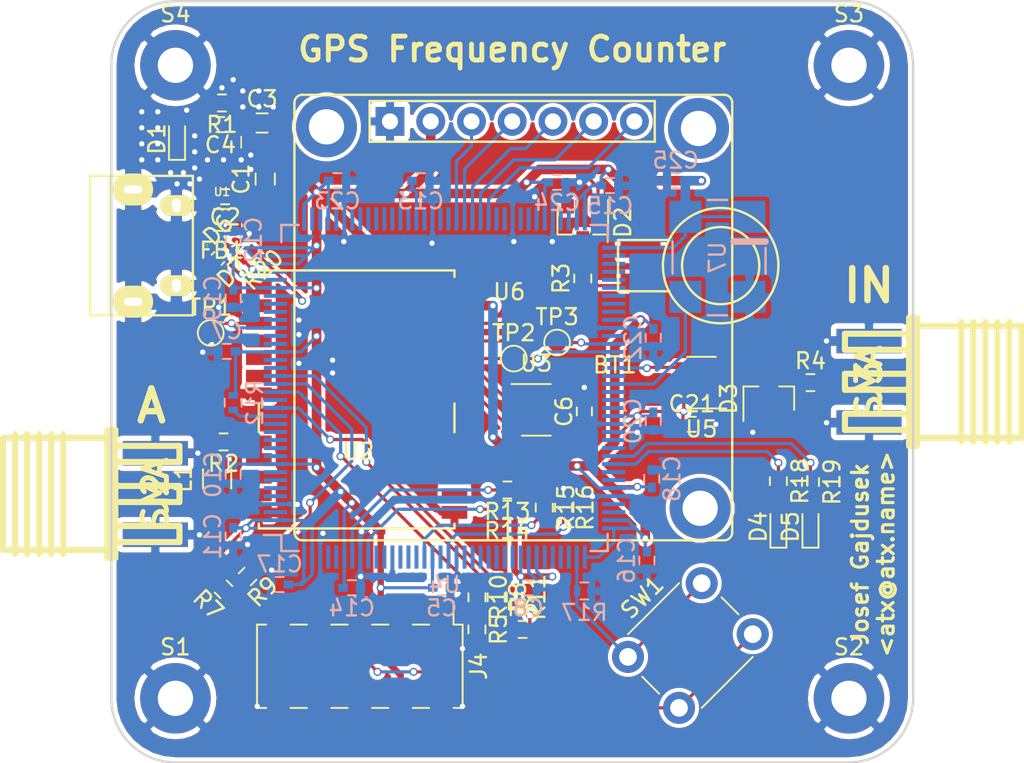
<source format=kicad_pcb>
(kicad_pcb (version 4) (host pcbnew 4.0.6)
  (layers (0 F.Cu signal) (31 B.Cu signal) (34 B.Paste user) (35 F.Paste user) (36 B.SilkS user) (37 F.SilkS user) (38 B.Mask user) (39 F.Mask user) (44 Edge.Cuts user))
  (net 0 "")
  (net 1 GND)
  (net 2 +3V3)
  (net 3 "Net-(D1-Pad2)")
  (net 4 "Net-(D2-Pad1)")
  (net 5 "Net-(D3-Pad1)")
  (net 6 "Net-(FB1-Pad2)")
  (net 7 "Net-(J1-Pad4)")
  (net 8 "Net-(J2-Pad1)")
  (net 9 "Net-(J3-Pad1)")
  (net 10 /FPGA/TCK)
  (net 11 /FPGA/TDO)
  (net 12 /FPGA/TMS)
  (net 13 "Net-(J4-Pad6)")
  (net 14 "Net-(J4-Pad7)")
  (net 15 "Net-(J4-Pad8)")
  (net 16 /FPGA/TDI)
  (net 17 "Net-(L1-Pad2)")
  (net 18 "Net-(R2-Pad1)")
  (net 19 "Net-(R8-Pad1)")
  (net 20 "Net-(R9-Pad1)")
  (net 21 "Net-(R10-Pad1)")
  (net 22 "Net-(R11-Pad1)")
  (net 23 "Net-(R12-Pad1)")
  (net 24 "Net-(R13-Pad2)")
  (net 25 "Net-(R14-Pad2)")
  (net 26 "Net-(R15-Pad2)")
  (net 27 "Net-(R16-Pad2)")
  (net 28 "Net-(U1-Pad3)")
  (net 29 "Net-(U2-Pad1)")
  (net 30 "Net-(U2-Pad2)")
  (net 31 "Net-(U2-Pad4)")
  (net 32 "Net-(U2-Pad5)")
  (net 33 "Net-(U2-Pad6)")
  (net 34 "Net-(U2-Pad14)")
  (net 35 "Net-(U2-Pad15)")
  (net 36 "Net-(U2-Pad16)")
  (net 37 "Net-(U2-Pad17)")
  (net 38 "Net-(U2-Pad18)")
  (net 39 "Net-(U2-Pad19)")
  (net 40 "Net-(U4-Pad6)")
  (net 41 "Net-(U4-Pad7)")
  (net 42 "Net-(U4-Pad8)")
  (net 43 "Net-(U4-Pad10)")
  (net 44 "Net-(U4-Pad11)")
  (net 45 "Net-(U4-Pad12)")
  (net 46 "Net-(U4-Pad13)")
  (net 47 "Net-(U4-Pad14)")
  (net 48 "Net-(U4-Pad17)")
  (net 49 "Net-(U4-Pad21)")
  (net 50 "Net-(U4-Pad22)")
  (net 51 "Net-(U4-Pad27)")
  (net 52 "Net-(U4-Pad28)")
  (net 53 "Net-(U4-Pad29)")
  (net 54 "Net-(U4-Pad38)")
  (net 55 "Net-(U4-Pad39)")
  (net 56 "Net-(U4-Pad41)")
  (net 57 "Net-(U4-Pad43)")
  (net 58 "Net-(U4-Pad44)")
  (net 59 "Net-(U4-Pad45)")
  (net 60 "Net-(U4-Pad46)")
  (net 61 "Net-(U4-Pad47)")
  (net 62 "Net-(U4-Pad48)")
  (net 63 "Net-(U4-Pad50)")
  (net 64 "Net-(U4-Pad52)")
  (net 65 "Net-(U4-Pad54)")
  (net 66 "Net-(U4-Pad55)")
  (net 67 "Net-(U4-Pad56)")
  (net 68 "Net-(U4-Pad57)")
  (net 69 "Net-(U4-Pad58)")
  (net 70 "Net-(U4-Pad59)")
  (net 71 "Net-(U4-Pad60)")
  (net 72 "Net-(U4-Pad74)")
  (net 73 "Net-(U4-Pad75)")
  (net 74 "Net-(U4-Pad76)")
  (net 75 "Net-(U4-Pad77)")
  (net 76 "Net-(U4-Pad78)")
  (net 77 "Net-(U4-Pad79)")
  (net 78 "Net-(U4-Pad80)")
  (net 79 "Net-(U4-Pad81)")
  (net 80 "Net-(U4-Pad84)")
  (net 81 "Net-(U4-Pad87)")
  (net 82 "Net-(U4-Pad89)")
  (net 83 "Net-(U4-Pad91)")
  (net 84 "Net-(U4-Pad92)")
  (net 85 "Net-(U4-Pad93)")
  (net 86 "Net-(U4-Pad96)")
  (net 87 "Net-(U4-Pad97)")
  (net 88 "Net-(U4-Pad98)")
  (net 89 "Net-(U4-Pad101)")
  (net 90 "Net-(U4-Pad102)")
  (net 91 "Net-(U4-Pad105)")
  (net 92 "Net-(U4-Pad106)")
  (net 93 "Net-(U4-Pad111)")
  (net 94 "Net-(U4-Pad112)")
  (net 95 "Net-(U4-Pad113)")
  (net 96 "Net-(U4-Pad114)")
  (net 97 "Net-(U4-Pad118)")
  (net 98 "Net-(U4-Pad119)")
  (net 99 "Net-(U4-Pad120)")
  (net 100 "Net-(U4-Pad121)")
  (net 101 "Net-(U4-Pad122)")
  (net 102 "Net-(U4-Pad123)")
  (net 103 "Net-(U4-Pad124)")
  (net 104 "Net-(U4-Pad127)")
  (net 105 "Net-(U4-Pad130)")
  (net 106 "Net-(U4-Pad131)")
  (net 107 "Net-(U4-Pad132)")
  (net 108 "Net-(U4-Pad134)")
  (net 109 "Net-(U4-Pad135)")
  (net 110 "Net-(U4-Pad140)")
  (net 111 "Net-(U4-Pad141)")
  (net 112 /FPGA/INPUT)
  (net 113 /FPGA/SWITCH)
  (net 114 +5V)
  (net 115 /FPGA/CLK)
  (net 116 "Net-(BT1-Pad1)")
  (net 117 "Net-(D4-Pad2)")
  (net 118 "Net-(D5-Pad2)")
  (net 119 /FPGA/LED_A)
  (net 120 /FPGA/LED_B)
  (net 121 /FPGA/PPS)
  (net 122 /FPGA/GPS_TX)
  (net 123 /FPGA/GPS_RX)
  (net 124 "Net-(U4-Pad61)")
  (net 125 "Net-(U4-Pad62)")
  (net 126 "Net-(U4-Pad64)")
  (net 127 "Net-(U4-Pad65)")
  (net 128 "Net-(U4-Pad66)")
  (net 129 "Net-(U4-Pad69)")
  (net 130 "Net-(U4-Pad70)")
  (net 131 /FPGA/USB_D-)
  (net 132 /FPGA/USB_D+)
  (net 133 "Net-(U4-Pad24)")
  (net 134 "Net-(U4-Pad25)")
  (net 135 /FPGA/USB_PULL)
  (module footprints:1PAD (layer F.Cu) (at 67.6 42.4)
    (fp_text reference REF** hide)
    (fp_text value 1PAD hide)
    (pad 1 thru_hole circle (at 0 0) (size 0.5 0.5) (drill 0.33) (layers *.Cu) (net 1 GND))
  )
  (module footprints:1PAD (layer F.Cu) (at 65.5 48.6)
    (fp_text reference REF** hide)
    (fp_text value 1PAD hide)
    (pad 1 thru_hole circle (at 0 0) (size 0.5 0.5) (drill 0.33) (layers *.Cu) (net 1 GND))
  )
  (module footprints:1PAD (layer F.Cu) (at 64.9 48.9)
    (fp_text reference REF** hide)
    (fp_text value 1PAD hide)
    (pad 1 thru_hole circle (at 0 0) (size 0.5 0.5) (drill 0.33) (layers *.Cu) (net 1 GND))
  )
  (module footprints:1PAD (layer F.Cu) (at 64.1 48.9)
    (fp_text reference REF** hide)
    (fp_text value 1PAD hide)
    (pad 1 thru_hole circle (at 0 0) (size 0.5 0.5) (drill 0.33) (layers *.Cu) (net 1 GND))
  )
  (module footprints:1PAD (layer F.Cu) (at 61.9 46.4)
    (fp_text reference REF** hide)
    (fp_text value 1PAD hide)
    (pad 1 thru_hole circle (at 0 0) (size 0.5 0.5) (drill 0.33) (layers *.Cu) (net 1 GND))
  )
  (module footprints:1PAD (layer F.Cu) (at 61.9 45.4)
    (fp_text reference REF** hide)
    (fp_text value 1PAD hide)
    (pad 1 thru_hole circle (at 0 0) (size 0.5 0.5) (drill 0.33) (layers *.Cu) (net 1 GND))
  )
  (module footprints:1PAD (layer F.Cu) (at 61.9 47.4)
    (fp_text reference REF** hide)
    (fp_text value 1PAD hide)
    (pad 1 thru_hole circle (at 0 0) (size 0.5 0.5) (drill 0.33) (layers *.Cu) (net 1 GND))
  )
  (module footprints:1PAD (layer F.Cu) (at 61.9 44.4)
    (fp_text reference REF** hide)
    (fp_text value 1PAD hide)
    (pad 1 thru_hole circle (at 0 0) (size 0.5 0.5) (drill 0.33) (layers *.Cu) (net 1 GND))
  )
  (module footprints:1PAD (layer F.Cu) (at 66.9 42.9)
    (fp_text reference REF** hide)
    (fp_text value 1PAD hide)
    (pad 1 thru_hole circle (at 0 0) (size 0.5 0.5) (drill 0.33) (layers *.Cu) (net 1 GND))
  )
  (module footprints:1PAD (layer F.Cu) (at 68.2 43.1)
    (fp_text reference REF** hide)
    (fp_text value 1PAD hide)
    (pad 1 thru_hole circle (at 0 0) (size 0.5 0.5) (drill 0.33) (layers *.Cu) (net 1 GND))
  )
  (module footprints:1PAD (layer F.Cu) (at 69.2 43.1)
    (fp_text reference REF** hide)
    (fp_text value 1PAD hide)
    (pad 1 thru_hole circle (at 0 0) (size 0.5 0.5) (drill 0.33) (layers *.Cu) (net 1 GND))
  )
  (module footprints:1PAD (layer F.Cu) (at 69.2 44.1)
    (fp_text reference REF** hide)
    (fp_text value 1PAD hide)
    (pad 1 thru_hole circle (at 0 0) (size 0.5 0.5) (drill 0.33) (layers *.Cu) (net 1 GND))
  )
  (module footprints:1PAD (layer F.Cu) (at 68.2 44.1)
    (fp_text reference REF** hide)
    (fp_text value 1PAD hide)
    (pad 1 thru_hole circle (at 0 0) (size 0.5 0.5) (drill 0.33) (layers *.Cu) (net 1 GND))
  )
  (module footprints:1PAD (layer F.Cu) (at 68.7 48)
    (fp_text reference REF** hide)
    (fp_text value 1PAD hide)
    (pad 1 thru_hole circle (at 0 0) (size 0.5 0.5) (drill 0.33) (layers *.Cu) (net 1 GND))
  )
  (module footprints:1PAD (layer F.Cu) (at 68.7 47.1)
    (fp_text reference REF** hide)
    (fp_text value 1PAD hide)
    (pad 1 thru_hole circle (at 0 0) (size 0.5 0.5) (drill 0.33) (layers *.Cu) (net 1 GND))
  )
  (module footprints:1PAD (layer F.Cu) (at 64.7 44.3)
    (fp_text reference REF** hide)
    (fp_text value 1PAD hide)
    (pad 1 thru_hole circle (at 0 0) (size 0.5 0.5) (drill 0.33) (layers *.Cu) (net 1 GND))
  )
  (module footprints:1PAD (layer F.Cu) (at 62.9 44.4)
    (fp_text reference REF** hide)
    (fp_text value 1PAD hide)
    (pad 1 thru_hole circle (at 0 0) (size 0.5 0.5) (drill 0.33) (layers *.Cu) (net 1 GND))
  )
  (module footprints:1PAD (layer F.Cu) (at 62.9 45.4)
    (fp_text reference REF** hide)
    (fp_text value 1PAD hide)
    (pad 1 thru_hole circle (at 0 0) (size 0.5 0.5) (drill 0.33) (layers *.Cu) (net 1 GND))
  )
  (module footprints:1PAD (layer F.Cu) (at 62.9 46.4)
    (fp_text reference REF** hide)
    (fp_text value 1PAD hide)
    (pad 1 thru_hole circle (at 0 0) (size 0.5 0.5) (drill 0.33) (layers *.Cu) (net 1 GND))
  )
  (module footprints:1PAD (layer F.Cu) (at 62.9 47.4)
    (fp_text reference REF** hide)
    (fp_text value 1PAD hide)
    (pad 1 thru_hole circle (at 0 0) (size 0.5 0.5) (drill 0.33) (layers *.Cu) (net 1 GND))
  )
  (module footprints:1PAD (layer F.Cu) (at 63.7 48.2)
    (fp_text reference REF** hide)
    (fp_text value 1PAD hide)
    (pad 1 thru_hole circle (at 0 0) (size 0.5 0.5) (drill 0.33) (layers *.Cu) (net 1 GND))
  )
  (module footprints:1PAD (layer F.Cu) (at 64.5 48.2)
    (fp_text reference REF** hide)
    (fp_text value 1PAD hide)
    (pad 1 thru_hole circle (at 0 0) (size 0.5 0.5) (drill 0.33) (layers *.Cu) (net 1 GND))
  )
  (module footprints:1PAD (layer F.Cu) (at 68.1 47.4)
    (fp_text reference REF** hide)
    (fp_text value 1PAD hide)
    (pad 1 thru_hole circle (at 0 0) (size 0.5 0.5) (drill 0.33) (layers *.Cu) (net 1 GND))
  )
  (module footprints:1PAD (layer F.Cu) (at 67 47.4)
    (fp_text reference REF** hide)
    (fp_text value 1PAD hide)
    (pad 1 thru_hole circle (at 0 0) (size 0.5 0.5) (drill 0.33) (layers *.Cu) (net 1 GND))
  )
  (module footprints:1PAD (layer F.Cu) (at 66 47.4)
    (fp_text reference REF** hide)
    (fp_text value 1PAD hide)
    (pad 1 thru_hole circle (at 0 0) (size 0.5 0.5) (drill 0.33) (layers *.Cu) (net 1 GND))
  )
  (module footprints:1PAD (layer F.Cu) (at 65.2 47.9 90)
    (fp_text reference REF** hide)
    (fp_text value 1PAD hide)
    (pad 1 thru_hole circle (at 0 0 90) (size 0.5 0.5) (drill 0.33) (layers *.Cu) (net 1 GND))
  )
  (module footprints:1PAD (layer F.Cu) (at 65.2 46.9)
    (fp_text reference REF** hide)
    (fp_text value 1PAD hide)
    (pad 1 thru_hole circle (at 0 0) (size 0.5 0.5) (drill 0.33) (layers *.Cu) (net 1 GND))
  )
  (module footprints:OLED_SPI (layer F.Cu) (at 84.22 57.64)
    (fp_text reference U6 (at 0.6 -2) (layer F.SilkS))
    (fp_text value OLED_SPI)
    (pad "" thru_hole circle (at -10.8 -12.3) (size 3.8 3.8) (drill 2.2) (layers *.Cu *.Mask))
    (pad "" thru_hole circle (at 12.4 -12.2) (size 3.8 3.8) (drill 2.2) (layers *.Cu *.Mask))
    (pad 1 thru_hole rect (at -6.84 -12.64) (size 1.8 1.8) (drill 1) (layers *.Cu *.Mask) (net 1 GND))
    (pad 2 thru_hole circle (at -4.3 -12.64) (size 1.8 1.8) (drill 1) (layers *.Cu *.Mask) (net 2 +3V3))
    (pad 3 thru_hole circle (at -1.76 -12.64) (size 1.8 1.8) (drill 1) (layers *.Cu *.Mask) (net 67 "Net-(U4-Pad56)"))
    (pad 4 thru_hole circle (at 0.78 -12.64) (size 1.8 1.8) (drill 1) (layers *.Cu *.Mask) (net 68 "Net-(U4-Pad57)"))
    (pad 5 thru_hole circle (at 3.32 -12.64) (size 1.8 1.8) (drill 1) (layers *.Cu *.Mask) (net 69 "Net-(U4-Pad58)"))
    (pad 6 thru_hole circle (at 5.86 -12.64) (size 1.8 1.8) (drill 1) (layers *.Cu *.Mask) (net 70 "Net-(U4-Pad59)"))
    (pad 7 thru_hole circle (at 8.4 -12.64) (size 1.8 1.8) (drill 1) (layers *.Cu *.Mask) (net 71 "Net-(U4-Pad60)"))
    (pad "" thru_hole circle (at 12.5 11.5) (size 3.8 3.8) (drill 2.2) (layers *.Cu *.Mask))
  )
  (module Capacitors_SMD:C_0603 (layer F.Cu) (at 69.6 48.6 90)
    (fp_text reference C1 (at 0 -1.5 90) (layer F.SilkS))
    (fp_text value 10uF)
    (pad 2 smd rect (at 0.75 0 90) (size 0.8 0.75) (layers F.Cu F.Paste F.Mask) (net 1 GND))
    (pad 1 smd rect (at -0.75 0 90) (size 0.8 0.75) (layers F.Cu F.Paste F.Mask) (net 114 +5V))
  )
  (module Capacitors_SMD:C_0402 (layer F.Cu) (at 67.1 49.7 180)
    (fp_text reference C2 (at 0 -1.27 180) (layer F.SilkS))
    (fp_text value 1uF)
    (pad 1 smd rect (at -0.55 0 180) (size 0.6 0.5) (layers F.Cu F.Paste F.Mask) (net 114 +5V))
    (pad 2 smd rect (at 0.55 0 180) (size 0.6 0.5) (layers F.Cu F.Paste F.Mask) (net 1 GND))
  )
  (module Capacitors_SMD:C_0603 (layer F.Cu) (at 69.4 45.1)
    (fp_text reference C3 (at 0 -1.5) (layer F.SilkS))
    (fp_text value 10uF)
    (pad 2 smd rect (at 0.75 0) (size 0.8 0.75) (layers F.Cu F.Paste F.Mask) (net 1 GND))
    (pad 1 smd rect (at -0.75 0) (size 0.8 0.75) (layers F.Cu F.Paste F.Mask) (net 2 +3V3))
  )
  (module Capacitors_SMD:C_0402 (layer F.Cu) (at 66.8 45.2 180)
    (fp_text reference C4 (at 0 -1.27 180) (layer F.SilkS))
    (fp_text value 1uF)
    (pad 1 smd rect (at -0.55 0 180) (size 0.6 0.5) (layers F.Cu F.Paste F.Mask) (net 2 +3V3))
    (pad 2 smd rect (at 0.55 0 180) (size 0.6 0.5) (layers F.Cu F.Paste F.Mask) (net 1 GND))
  )
  (module Capacitors_SMD:C_0402 (layer F.Cu) (at 89.5 63.1 90)
    (fp_text reference C6 (at 0 -1.27 90) (layer F.SilkS))
    (fp_text value 100nF)
    (pad 1 smd rect (at -0.55 0 90) (size 0.6 0.5) (layers F.Cu F.Paste F.Mask) (net 2 +3V3))
    (pad 2 smd rect (at 0.55 0 90) (size 0.6 0.5) (layers F.Cu F.Paste F.Mask) (net 1 GND))
  )
  (module Capacitors_SMD:C_0402 (layer B.Cu) (at 67.2 59.35 180)
    (fp_text reference C7 (at 0 1.27 180) (layer B.SilkS) (effects (justify mirror)))
    (fp_text value 100nF)
    (pad 1 smd rect (at -0.55 0 180) (size 0.6 0.5) (layers B.Cu B.Paste B.Mask) (net 2 +3V3))
    (pad 2 smd rect (at 0.55 0 180) (size 0.6 0.5) (layers B.Cu B.Paste B.Mask) (net 1 GND))
  )
  (module Capacitors_SMD:C_0402 (layer B.Cu) (at 86 74.1)
    (fp_text reference C8 (at 0 1.27) (layer B.SilkS) (effects (justify mirror)))
    (fp_text value 100nF)
    (pad 1 smd rect (at -0.55 0) (size 0.6 0.5) (layers B.Cu B.Paste B.Mask) (net 2 +3V3))
    (pad 2 smd rect (at 0.55 0) (size 0.6 0.5) (layers B.Cu B.Paste B.Mask) (net 1 GND))
  )
  (module Capacitors_SMD:C_0402 (layer B.Cu) (at 67.6 67.05 270)
    (fp_text reference C10 (at 0 1.27 270) (layer B.SilkS) (effects (justify mirror)))
    (fp_text value 100nF)
    (pad 1 smd rect (at -0.55 0 270) (size 0.6 0.5) (layers B.Cu B.Paste B.Mask) (net 2 +3V3))
    (pad 2 smd rect (at 0.55 0 270) (size 0.6 0.5) (layers B.Cu B.Paste B.Mask) (net 1 GND))
  )
  (module Capacitors_SMD:C_0402 (layer B.Cu) (at 67.6 70.9 270)
    (fp_text reference C11 (at 0 1.27 270) (layer B.SilkS) (effects (justify mirror)))
    (fp_text value 100nF)
    (pad 1 smd rect (at -0.55 0 270) (size 0.6 0.5) (layers B.Cu B.Paste B.Mask) (net 2 +3V3))
    (pad 2 smd rect (at 0.55 0 270) (size 0.6 0.5) (layers B.Cu B.Paste B.Mask) (net 1 GND))
  )
  (module Capacitors_SMD:C_0402 (layer B.Cu) (at 67.6 52.4 90)
    (fp_text reference C12 (at 0 1.27 90) (layer B.SilkS) (effects (justify mirror)))
    (fp_text value 100nF)
    (pad 1 smd rect (at -0.55 0 90) (size 0.6 0.5) (layers B.Cu B.Paste B.Mask) (net 2 +3V3))
    (pad 2 smd rect (at 0.55 0 90) (size 0.6 0.5) (layers B.Cu B.Paste B.Mask) (net 1 GND))
  )
  (module Capacitors_SMD:C_0402 (layer B.Cu) (at 79.3 48.7)
    (fp_text reference C13 (at 0 1.27) (layer B.SilkS) (effects (justify mirror)))
    (fp_text value 100nF)
    (pad 1 smd rect (at -0.55 0) (size 0.6 0.5) (layers B.Cu B.Paste B.Mask) (net 2 +3V3))
    (pad 2 smd rect (at 0.55 0) (size 0.6 0.5) (layers B.Cu B.Paste B.Mask) (net 1 GND))
  )
  (module Capacitors_SMD:C_0402 (layer B.Cu) (at 75 74.1)
    (fp_text reference C14 (at 0 1.27) (layer B.SilkS) (effects (justify mirror)))
    (fp_text value 100nF)
    (pad 1 smd rect (at -0.55 0) (size 0.6 0.5) (layers B.Cu B.Paste B.Mask) (net 2 +3V3))
    (pad 2 smd rect (at 0.55 0) (size 0.6 0.5) (layers B.Cu B.Paste B.Mask) (net 1 GND))
  )
  (module Capacitors_SMD:C_0402 (layer B.Cu) (at 91.1 49)
    (fp_text reference C15 (at 0 1.27) (layer B.SilkS) (effects (justify mirror)))
    (fp_text value 100nF)
    (pad 1 smd rect (at -0.55 0) (size 0.6 0.5) (layers B.Cu B.Paste B.Mask) (net 2 +3V3))
    (pad 2 smd rect (at 0.55 0) (size 0.6 0.5) (layers B.Cu B.Paste B.Mask) (net 1 GND))
  )
  (module Capacitors_SMD:C_0402 (layer B.Cu) (at 93.4 72.4 270)
    (fp_text reference C16 (at 0 1.27 270) (layer B.SilkS) (effects (justify mirror)))
    (fp_text value 100nF)
    (pad 1 smd rect (at -0.55 0 270) (size 0.6 0.5) (layers B.Cu B.Paste B.Mask) (net 2 +3V3))
    (pad 2 smd rect (at 0.55 0 270) (size 0.6 0.5) (layers B.Cu B.Paste B.Mask) (net 1 GND))
  )
  (module Capacitors_SMD:C_0402 (layer B.Cu) (at 70.5 73.9 180)
    (fp_text reference C17 (at 0 1.27 180) (layer B.SilkS) (effects (justify mirror)))
    (fp_text value 100nF)
    (pad 1 smd rect (at -0.55 0 180) (size 0.6 0.5) (layers B.Cu B.Paste B.Mask) (net 2 +3V3))
    (pad 2 smd rect (at 0.55 0 180) (size 0.6 0.5) (layers B.Cu B.Paste B.Mask) (net 1 GND))
  )
  (module Capacitors_SMD:C_0402 (layer B.Cu) (at 93.7 67.3 90)
    (fp_text reference C18 (at 0 1.27 90) (layer B.SilkS) (effects (justify mirror)))
    (fp_text value 100nF)
    (pad 1 smd rect (at -0.55 0 90) (size 0.6 0.5) (layers B.Cu B.Paste B.Mask) (net 2 +3V3))
    (pad 2 smd rect (at 0.55 0 90) (size 0.6 0.5) (layers B.Cu B.Paste B.Mask) (net 1 GND))
  )
  (module Capacitors_SMD:C_0402 (layer B.Cu) (at 67.6 56.05 270)
    (fp_text reference C19 (at 0 1.27 270) (layer B.SilkS) (effects (justify mirror)))
    (fp_text value 100nF)
    (pad 1 smd rect (at -0.55 0 270) (size 0.6 0.5) (layers B.Cu B.Paste B.Mask) (net 2 +3V3))
    (pad 2 smd rect (at 0.55 0 270) (size 0.6 0.5) (layers B.Cu B.Paste B.Mask) (net 1 GND))
  )
  (module Capacitors_SMD:C_0402 (layer B.Cu) (at 93.8 63.7 270)
    (fp_text reference C20 (at 0 1.27 270) (layer B.SilkS) (effects (justify mirror)))
    (fp_text value 100nF)
    (pad 1 smd rect (at -0.55 0 270) (size 0.6 0.5) (layers B.Cu B.Paste B.Mask) (net 2 +3V3))
    (pad 2 smd rect (at 0.55 0 270) (size 0.6 0.5) (layers B.Cu B.Paste B.Mask) (net 1 GND))
  )
  (module Capacitors_SMD:C_0402 (layer F.Cu) (at 96.2 63.9)
    (fp_text reference C21 (at 0 -1.27) (layer F.SilkS))
    (fp_text value 100nF)
    (pad 1 smd rect (at -0.55 0) (size 0.6 0.5) (layers F.Cu F.Paste F.Mask) (net 2 +3V3))
    (pad 2 smd rect (at 0.55 0) (size 0.6 0.5) (layers F.Cu F.Paste F.Mask) (net 1 GND))
  )
  (module Capacitors_SMD:C_0402 (layer B.Cu) (at 93.8 58.5 270)
    (fp_text reference C22 (at 0 1.27 270) (layer B.SilkS) (effects (justify mirror)))
    (fp_text value 100nF)
    (pad 1 smd rect (at -0.55 0 270) (size 0.6 0.5) (layers B.Cu B.Paste B.Mask) (net 2 +3V3))
    (pad 2 smd rect (at 0.55 0 270) (size 0.6 0.5) (layers B.Cu B.Paste B.Mask) (net 1 GND))
  )
  (module Capacitors_SMD:C_0402 (layer B.Cu) (at 74.1 48.7)
    (fp_text reference C23 (at 0 1.27) (layer B.SilkS) (effects (justify mirror)))
    (fp_text value 100nF)
    (pad 1 smd rect (at -0.55 0) (size 0.6 0.5) (layers B.Cu B.Paste B.Mask) (net 2 +3V3))
    (pad 2 smd rect (at 0.55 0) (size 0.6 0.5) (layers B.Cu B.Paste B.Mask) (net 1 GND))
  )
  (module Capacitors_SMD:C_0402 (layer B.Cu) (at 87.8 48.8)
    (fp_text reference C24 (at 0 1.27) (layer B.SilkS) (effects (justify mirror)))
    (fp_text value 100nF)
    (pad 1 smd rect (at -0.55 0) (size 0.6 0.5) (layers B.Cu B.Paste B.Mask) (net 2 +3V3))
    (pad 2 smd rect (at 0.55 0) (size 0.6 0.5) (layers B.Cu B.Paste B.Mask) (net 1 GND))
  )
  (module LEDs:LED_0603 (layer F.Cu) (at 64.1 46.1 90)
    (fp_text reference D1 (at 0 -1.25 90) (layer F.SilkS))
    (fp_text value LED_GREEN)
    (pad 2 smd rect (at 0.8 0 270) (size 0.8 0.8) (layers F.Cu F.Paste F.Mask) (net 3 "Net-(D1-Pad2)"))
    (pad 1 smd rect (at -0.8 0 270) (size 0.8 0.8) (layers F.Cu F.Paste F.Mask) (net 1 GND))
  )
  (module Diodes_SMD:D_SOT-23_ANK (layer F.Cu) (at 89.4 51.3 270)
    (fp_text reference D2 (at 0 -2.5 270) (layer F.SilkS))
    (fp_text value BAT54)
    (pad 2 smd rect (at -1 -0.95 270) (size 0.9 0.8) (layers F.Cu F.Paste F.Mask) (net 2 +3V3))
    (pad "" smd rect (at -1 0.95 270) (size 0.9 0.8) (layers F.Cu F.Paste F.Mask))
    (pad 1 smd rect (at 1 0 270) (size 0.9 0.8) (layers F.Cu F.Paste F.Mask) (net 4 "Net-(D2-Pad1)"))
  )
  (module Diodes_SMD:D_SOT-23_ANK (layer F.Cu) (at 101 62.3 90)
    (fp_text reference D3 (at 0 -2.5 90) (layer F.SilkS))
    (fp_text value BZX84C5V6)
    (pad 2 smd rect (at -1 -0.95 90) (size 0.9 0.8) (layers F.Cu F.Paste F.Mask) (net 1 GND))
    (pad "" smd rect (at -1 0.95 90) (size 0.9 0.8) (layers F.Cu F.Paste F.Mask))
    (pad 1 smd rect (at 1 0 90) (size 0.9 0.8) (layers F.Cu F.Paste F.Mask) (net 5 "Net-(D3-Pad1)"))
  )
  (module Inductors_SMD:L_0603 (layer F.Cu) (at 66.9 51.15 180)
    (fp_text reference FB1 (at 0 -1.9 180) (layer F.SilkS))
    (fp_text value MPZ1608S221A)
    (pad 1 smd rect (at -0.75 0 180) (size 0.5 0.9) (layers F.Cu F.Paste F.Mask) (net 114 +5V))
    (pad 2 smd rect (at 0.75 0 180) (size 0.5 0.9) (layers F.Cu F.Paste F.Mask) (net 6 "Net-(FB1-Pad2)"))
  )
  (module footprints:USB_Micro-B (layer F.Cu) (at 62.5 52.75 270)
    (fp_text reference J1 (at 0 -3.45 270) (layer F.SilkS) (effects (font (size 0.15 0.15) (thickness 0.02))))
    (fp_text value USB_OTG)
    (pad 1 smd rect (at -1.3009 -1.56254) (size 1.35 0.4) (layers F.Cu F.Paste F.Mask) (net 6 "Net-(FB1-Pad2)"))
    (pad 2 smd rect (at -0.6509 -1.56254) (size 1.35 0.4) (layers F.Cu F.Paste F.Mask) (net 131 /FPGA/USB_D-))
    (pad 3 smd rect (at -0.0009 -1.56254) (size 1.35 0.4) (layers F.Cu F.Paste F.Mask) (net 132 /FPGA/USB_D+))
    (pad 4 smd rect (at 0.6491 -1.56254) (size 1.35 0.4) (layers F.Cu F.Paste F.Mask) (net 7 "Net-(J1-Pad4)"))
    (pad 5 smd rect (at 1.2991 -1.56254) (size 1.35 0.4) (layers F.Cu F.Paste F.Mask) (net 1 GND))
    (pad 6 thru_hole oval (at -2.5009 -1.56254) (size 2 1.3) (drill oval 0.55 0.85) (layers *.Cu *.Mask F.SilkS) (net 1 GND))
    (pad 6 thru_hole oval (at 2.4991 -1.56254) (size 2 1.3) (drill oval 0.55 0.85) (layers *.Cu *.Mask F.SilkS) (net 1 GND))
    (pad 6 thru_hole oval (at -3.5009 1.13746) (size 2.5 2) (drill oval 1.15 0.5) (layers *.Cu *.Mask F.SilkS) (net 1 GND))
    (pad 6 thru_hole oval (at 3.4991 1.13746) (size 2.5 2) (drill oval 1.15 0.5) (layers *.Cu *.Mask F.SilkS) (net 1 GND))
  )
  (module footprints:CON-SMA-EDGE (layer F.Cu) (at 62.75 68.25 270)
    (fp_text reference J2 (at 0 0 270) (layer F.SilkS) (effects (font (thickness 0.3048))))
    (fp_text value SMA (at 0 0 270) (layer F.SilkS) (effects (font (thickness 0.3048))))
    (pad 1 smd rect (at 0 0 270) (size 1.524 4.064) (layers F.Cu F.Paste F.Mask) (net 8 "Net-(J2-Pad1)"))
    (pad 2 smd rect (at -2.54 0 270) (size 1.524 4.064) (layers F.Cu F.Paste F.Mask) (net 1 GND))
    (pad 4 smd rect (at 2.54 0 270) (size 1.524 4.064) (layers F.Cu F.Paste F.Mask) (net 1 GND))
    (pad 3 smd rect (at -2.54 0 270) (size 1.524 4.064) (layers B.Cu B.Paste B.Mask) (net 1 GND))
    (pad 5 smd rect (at 2.54 0 270) (size 1.524 4.064) (layers B.Cu B.Paste B.Mask) (net 1 GND))
  )
  (module footprints:CON-SMA-EDGE (layer F.Cu) (at 107.25 61.25 90)
    (fp_text reference J3 (at 0 0 90) (layer F.SilkS) (effects (font (thickness 0.3048))))
    (fp_text value SMA (at 0 0 90) (layer F.SilkS) (effects (font (thickness 0.3048))))
    (pad 1 smd rect (at 0 0 90) (size 1.524 4.064) (layers F.Cu F.Paste F.Mask) (net 9 "Net-(J3-Pad1)"))
    (pad 2 smd rect (at -2.54 0 90) (size 1.524 4.064) (layers F.Cu F.Paste F.Mask) (net 1 GND))
    (pad 4 smd rect (at 2.54 0 90) (size 1.524 4.064) (layers F.Cu F.Paste F.Mask) (net 1 GND))
    (pad 3 smd rect (at -2.54 0 90) (size 1.524 4.064) (layers B.Cu B.Paste B.Mask) (net 1 GND))
    (pad 5 smd rect (at 2.54 0 90) (size 1.524 4.064) (layers B.Cu B.Paste B.Mask) (net 1 GND))
  )
  (module Pin_Headers:Pin_Header_Straight_2x05_Pitch2.54mm_SMD (layer F.Cu) (at 75.5 79 270)
    (fp_text reference J4 (at 0 -7.41 270) (layer F.SilkS))
    (fp_text value JTAG)
    (pad 1 smd rect (at -2.525 -5.08 270) (size 3.15 1) (layers F.Cu F.Paste F.Mask) (net 10 /FPGA/TCK))
    (pad 2 smd rect (at 2.525 -5.08 270) (size 3.15 1) (layers F.Cu F.Paste F.Mask) (net 1 GND))
    (pad 3 smd rect (at -2.525 -2.54 270) (size 3.15 1) (layers F.Cu F.Paste F.Mask) (net 11 /FPGA/TDO))
    (pad 4 smd rect (at 2.525 -2.54 270) (size 3.15 1) (layers F.Cu F.Paste F.Mask) (net 2 +3V3))
    (pad 5 smd rect (at -2.525 0 270) (size 3.15 1) (layers F.Cu F.Paste F.Mask) (net 12 /FPGA/TMS))
    (pad 6 smd rect (at 2.525 0 270) (size 3.15 1) (layers F.Cu F.Paste F.Mask) (net 13 "Net-(J4-Pad6)"))
    (pad 7 smd rect (at -2.525 2.54 270) (size 3.15 1) (layers F.Cu F.Paste F.Mask) (net 14 "Net-(J4-Pad7)"))
    (pad 8 smd rect (at 2.525 2.54 270) (size 3.15 1) (layers F.Cu F.Paste F.Mask) (net 15 "Net-(J4-Pad8)"))
    (pad 9 smd rect (at -2.525 5.08 270) (size 3.15 1) (layers F.Cu F.Paste F.Mask) (net 16 /FPGA/TDI))
    (pad 10 smd rect (at 2.525 5.08 270) (size 3.15 1) (layers F.Cu F.Paste F.Mask) (net 1 GND))
  )
  (module Inductors_SMD:L_0805 (layer F.Cu) (at 66.6 67.3 90)
    (fp_text reference L1 (at 0 -2.1 90) (layer F.SilkS))
    (fp_text value 22uH)
    (pad 1 smd rect (at -0.95 0 90) (size 0.7 1.3) (layers F.Cu F.Paste F.Mask) (net 8 "Net-(J2-Pad1)"))
    (pad 2 smd rect (at 0.95 0 90) (size 0.7 1.3) (layers F.Cu F.Paste F.Mask) (net 17 "Net-(L1-Pad2)"))
  )
  (module Resistors_SMD:R_0402 (layer F.Cu) (at 66.9 43.85 180)
    (fp_text reference R1 (at 0 -1.35 180) (layer F.SilkS))
    (fp_text value R)
    (pad 1 smd rect (at -0.45 0 180) (size 0.4 0.6) (layers F.Cu F.Paste F.Mask) (net 2 +3V3))
    (pad 2 smd rect (at 0.45 0 180) (size 0.4 0.6) (layers F.Cu F.Paste F.Mask) (net 3 "Net-(D1-Pad2)"))
  )
  (module Resistors_SMD:R_0402 (layer F.Cu) (at 67 65 180)
    (fp_text reference R2 (at 0 -1.35 180) (layer F.SilkS))
    (fp_text value 22)
    (pad 1 smd rect (at -0.45 0 180) (size 0.4 0.6) (layers F.Cu F.Paste F.Mask) (net 18 "Net-(R2-Pad1)"))
    (pad 2 smd rect (at 0.45 0 180) (size 0.4 0.6) (layers F.Cu F.Paste F.Mask) (net 17 "Net-(L1-Pad2)"))
  )
  (module Resistors_SMD:R_0402 (layer F.Cu) (at 89.4 54.8 90)
    (fp_text reference R3 (at 0 -1.35 90) (layer F.SilkS))
    (fp_text value 1k)
    (pad 1 smd rect (at -0.45 0 90) (size 0.4 0.6) (layers F.Cu F.Paste F.Mask) (net 116 "Net-(BT1-Pad1)"))
    (pad 2 smd rect (at 0.45 0 90) (size 0.4 0.6) (layers F.Cu F.Paste F.Mask) (net 4 "Net-(D2-Pad1)"))
  )
  (module Resistors_SMD:R_0402 (layer F.Cu) (at 103.6 61.3)
    (fp_text reference R4 (at 0 -1.35) (layer F.SilkS))
    (fp_text value 100)
    (pad 1 smd rect (at -0.45 0) (size 0.4 0.6) (layers F.Cu F.Paste F.Mask) (net 5 "Net-(D3-Pad1)"))
    (pad 2 smd rect (at 0.45 0) (size 0.4 0.6) (layers F.Cu F.Paste F.Mask) (net 9 "Net-(J3-Pad1)"))
  )
  (module Resistors_SMD:R_0402 (layer F.Cu) (at 82.8 76.7 270)
    (fp_text reference R5 (at 0 -1.35 270) (layer F.SilkS))
    (fp_text value 5k1)
    (pad 1 smd rect (at -0.45 0 270) (size 0.4 0.6) (layers F.Cu F.Paste F.Mask) (net 10 /FPGA/TCK))
    (pad 2 smd rect (at 0.45 0 270) (size 0.4 0.6) (layers F.Cu F.Paste F.Mask) (net 1 GND))
  )
  (module Resistors_SMD:R_0402 (layer F.Cu) (at 85.65 76.7)
    (fp_text reference R6 (at 0 -1.35) (layer F.SilkS))
    (fp_text value 5k1)
    (pad 1 smd rect (at -0.45 0) (size 0.4 0.6) (layers F.Cu F.Paste F.Mask) (net 12 /FPGA/TMS))
    (pad 2 smd rect (at 0.45 0) (size 0.4 0.6) (layers F.Cu F.Paste F.Mask) (net 2 +3V3))
  )
  (module Resistors_SMD:R_0402 (layer F.Cu) (at 67 74.2 135)
    (fp_text reference R7 (at 0 -1.35 135) (layer F.SilkS))
    (fp_text value 5k1)
    (pad 1 smd rect (at -0.45 0 135) (size 0.4 0.6) (layers F.Cu F.Paste F.Mask) (net 16 /FPGA/TDI))
    (pad 2 smd rect (at 0.45 0 135) (size 0.4 0.6) (layers F.Cu F.Paste F.Mask) (net 2 +3V3))
  )
  (module Resistors_SMD:R_0402 (layer F.Cu) (at 84 74.7 270)
    (fp_text reference R8 (at 0 -1.35 270) (layer F.SilkS))
    (fp_text value 22)
    (pad 1 smd rect (at -0.45 0 270) (size 0.4 0.6) (layers F.Cu F.Paste F.Mask) (net 19 "Net-(R8-Pad1)"))
    (pad 2 smd rect (at 0.45 0 270) (size 0.4 0.6) (layers F.Cu F.Paste F.Mask) (net 11 /FPGA/TDO))
  )
  (module Resistors_SMD:R_0402 (layer F.Cu) (at 68.5 73.4 225)
    (fp_text reference R9 (at 0 -1.35 225) (layer F.SilkS))
    (fp_text value 22)
    (pad 1 smd rect (at -0.45 0 225) (size 0.4 0.6) (layers F.Cu F.Paste F.Mask) (net 20 "Net-(R9-Pad1)"))
    (pad 2 smd rect (at 0.45 0 225) (size 0.4 0.6) (layers F.Cu F.Paste F.Mask) (net 16 /FPGA/TDI))
  )
  (module Resistors_SMD:R_0402 (layer F.Cu) (at 82.8 74.7 270)
    (fp_text reference R10 (at 0 -1.35 270) (layer F.SilkS))
    (fp_text value 22)
    (pad 1 smd rect (at -0.45 0 270) (size 0.4 0.6) (layers F.Cu F.Paste F.Mask) (net 21 "Net-(R10-Pad1)"))
    (pad 2 smd rect (at 0.45 0 270) (size 0.4 0.6) (layers F.Cu F.Paste F.Mask) (net 10 /FPGA/TCK))
  )
  (module Resistors_SMD:R_0402 (layer F.Cu) (at 85.2 74.7 270)
    (fp_text reference R11 (at 0 -1.35 270) (layer F.SilkS))
    (fp_text value 22)
    (pad 1 smd rect (at -0.45 0 270) (size 0.4 0.6) (layers F.Cu F.Paste F.Mask) (net 22 "Net-(R11-Pad1)"))
    (pad 2 smd rect (at 0.45 0 270) (size 0.4 0.6) (layers F.Cu F.Paste F.Mask) (net 12 /FPGA/TMS))
  )
  (module Resistors_SMD:R_0402 (layer B.Cu) (at 67.6 62.55 90)
    (fp_text reference R12 (at 0 1.35 90) (layer B.SilkS) (effects (justify mirror)))
    (fp_text value 10k)
    (pad 1 smd rect (at -0.45 0 90) (size 0.4 0.6) (layers B.Cu B.Paste B.Mask) (net 23 "Net-(R12-Pad1)"))
    (pad 2 smd rect (at 0.45 0 90) (size 0.4 0.6) (layers B.Cu B.Paste B.Mask) (net 2 +3V3))
  )
  (module Resistors_SMD:R_0402 (layer F.Cu) (at 84.7 68 180)
    (fp_text reference R13 (at 0 -1.35 180) (layer F.SilkS))
    (fp_text value 10k)
    (pad 1 smd rect (at -0.45 0 180) (size 0.4 0.6) (layers F.Cu F.Paste F.Mask) (net 2 +3V3))
    (pad 2 smd rect (at 0.45 0 180) (size 0.4 0.6) (layers F.Cu F.Paste F.Mask) (net 24 "Net-(R13-Pad2)"))
  )
  (module Resistors_SMD:R_0402 (layer F.Cu) (at 84.7 69.2 180)
    (fp_text reference R14 (at 0 -1.35 180) (layer F.SilkS))
    (fp_text value 10k)
    (pad 1 smd rect (at -0.45 0 180) (size 0.4 0.6) (layers F.Cu F.Paste F.Mask) (net 2 +3V3))
    (pad 2 smd rect (at 0.45 0 180) (size 0.4 0.6) (layers F.Cu F.Paste F.Mask) (net 25 "Net-(R14-Pad2)"))
  )
  (module Resistors_SMD:R_0402 (layer F.Cu) (at 87 69.1 270)
    (fp_text reference R15 (at 0 -1.35 270) (layer F.SilkS))
    (fp_text value 10k)
    (pad 1 smd rect (at -0.45 0 270) (size 0.4 0.6) (layers F.Cu F.Paste F.Mask) (net 2 +3V3))
    (pad 2 smd rect (at 0.45 0 270) (size 0.4 0.6) (layers F.Cu F.Paste F.Mask) (net 26 "Net-(R15-Pad2)"))
  )
  (module Resistors_SMD:R_0402 (layer F.Cu) (at 88.2 69.1 270)
    (fp_text reference R16 (at 0 -1.35 270) (layer F.SilkS))
    (fp_text value 10k)
    (pad 1 smd rect (at -0.45 0 270) (size 0.4 0.6) (layers F.Cu F.Paste F.Mask) (net 1 GND))
    (pad 2 smd rect (at 0.45 0 270) (size 0.4 0.6) (layers F.Cu F.Paste F.Mask) (net 27 "Net-(R16-Pad2)"))
  )
  (module footprints:NEO-6 (layer F.Cu) (at 75.6 63.5 180)
    (fp_text reference U2 (at 0.2 -2.1 180) (layer F.SilkS))
    (fp_text value NEO-6M)
    (pad 1 smd rect (at 6.4 8.1 180) (size 1.6 0.8) (layers F.Cu F.Paste F.Mask) (net 29 "Net-(U2-Pad1)"))
    (pad 2 smd rect (at 6.4 7 180) (size 1.6 0.8) (layers F.Cu F.Paste F.Mask) (net 30 "Net-(U2-Pad2)"))
    (pad 3 smd rect (at 6.4 5.9 180) (size 1.6 0.8) (layers F.Cu F.Paste F.Mask) (net 121 /FPGA/PPS))
    (pad 4 smd rect (at 6.4 4.8 180) (size 1.6 0.8) (layers F.Cu F.Paste F.Mask) (net 31 "Net-(U2-Pad4)"))
    (pad 5 smd rect (at 6.4 3.7 180) (size 1.6 0.8) (layers F.Cu F.Paste F.Mask) (net 32 "Net-(U2-Pad5)"))
    (pad 6 smd rect (at 6.4 2.6 180) (size 1.6 0.8) (layers F.Cu F.Paste F.Mask) (net 33 "Net-(U2-Pad6)"))
    (pad 7 smd rect (at 6.4 1.5 180) (size 1.6 0.8) (layers F.Cu F.Paste F.Mask) (net 1 GND))
    (pad 8 smd rect (at 6.4 -1.5 180) (size 1.6 0.8) (layers F.Cu F.Paste F.Mask) (net 18 "Net-(R2-Pad1)"))
    (pad 9 smd rect (at 6.4 -2.6 180) (size 1.6 0.8) (layers F.Cu F.Paste F.Mask) (net 18 "Net-(R2-Pad1)"))
    (pad 10 smd rect (at 6.4 -3.7 180) (size 1.6 0.8) (layers F.Cu F.Paste F.Mask) (net 1 GND))
    (pad 11 smd rect (at 6.4 -4.8 180) (size 1.6 0.8) (layers F.Cu F.Paste F.Mask) (net 8 "Net-(J2-Pad1)"))
    (pad 12 smd rect (at 6.4 -5.9 180) (size 1.6 0.8) (layers F.Cu F.Paste F.Mask) (net 1 GND))
    (pad 13 smd rect (at -5.8 -5.9 180) (size 1.6 0.8) (layers F.Cu F.Paste F.Mask) (net 1 GND))
    (pad 14 smd rect (at -5.8 -4.8 180) (size 1.6 0.8) (layers F.Cu F.Paste F.Mask) (net 34 "Net-(U2-Pad14)"))
    (pad 15 smd rect (at -5.8 -3.7 180) (size 1.6 0.8) (layers F.Cu F.Paste F.Mask) (net 35 "Net-(U2-Pad15)"))
    (pad 16 smd rect (at -5.8 -2.6 180) (size 1.6 0.8) (layers F.Cu F.Paste F.Mask) (net 36 "Net-(U2-Pad16)"))
    (pad 17 smd rect (at -5.8 -1.5 180) (size 1.6 0.8) (layers F.Cu F.Paste F.Mask) (net 37 "Net-(U2-Pad17)"))
    (pad 18 smd rect (at -5.8 1.5 180) (size 1.6 0.8) (layers F.Cu F.Paste F.Mask) (net 38 "Net-(U2-Pad18)"))
    (pad 19 smd rect (at -5.8 2.6 180) (size 1.6 0.8) (layers F.Cu F.Paste F.Mask) (net 39 "Net-(U2-Pad19)"))
    (pad 20 smd rect (at -5.8 3.7 180) (size 1.6 0.8) (layers F.Cu F.Paste F.Mask) (net 122 /FPGA/GPS_TX))
    (pad 21 smd rect (at -5.8 4.8 180) (size 1.6 0.8) (layers F.Cu F.Paste F.Mask) (net 123 /FPGA/GPS_RX))
    (pad 22 smd rect (at -5.8 5.9 180) (size 1.6 0.8) (layers F.Cu F.Paste F.Mask) (net 116 "Net-(BT1-Pad1)"))
    (pad 23 smd rect (at -5.8 7 180) (size 1.6 0.8) (layers F.Cu F.Paste F.Mask) (net 2 +3V3))
    (pad 24 smd rect (at -5.8 8.1 180) (size 1.6 0.8) (layers F.Cu F.Paste F.Mask) (net 1 GND))
  )
  (module TO_SOT_Packages_SMD:SOT-23-5 (layer F.Cu) (at 86.5 63)
    (fp_text reference U3 (at 0 -2.9) (layer F.SilkS))
    (fp_text value 24AA32AT)
    (pad 1 smd rect (at -1.1 -0.95) (size 1.06 0.65) (layers F.Cu F.Paste F.Mask) (net 39 "Net-(U2-Pad19)"))
    (pad 2 smd rect (at -1.1 0) (size 1.06 0.65) (layers F.Cu F.Paste F.Mask) (net 1 GND))
    (pad 3 smd rect (at -1.1 0.95) (size 1.06 0.65) (layers F.Cu F.Paste F.Mask) (net 38 "Net-(U2-Pad18)"))
    (pad 4 smd rect (at 1.1 0.95) (size 1.06 0.65) (layers F.Cu F.Paste F.Mask) (net 2 +3V3))
    (pad 5 smd rect (at 1.1 -0.95) (size 1.06 0.65) (layers F.Cu F.Paste F.Mask) (net 1 GND))
  )
  (module Housings_QFP:TQFP-144_20x20mm_Pitch0.5mm (layer B.Cu) (at 80.78 61.635)
    (fp_text reference U4 (at 0 12.275) (layer B.SilkS) (effects (justify mirror)))
    (fp_text value 10M08SAE144)
    (pad 1 smd rect (at -10.55 8.75) (size 1.45 0.25) (layers B.Cu B.Paste B.Mask) (net 2 +3V3))
    (pad 2 smd rect (at -10.55 8.25) (size 1.45 0.25) (layers B.Cu B.Paste B.Mask) (net 2 +3V3))
    (pad 3 smd rect (at -10.55 7.75) (size 1.45 0.25) (layers B.Cu B.Paste B.Mask))
    (pad 4 smd rect (at -10.55 7.25) (size 1.45 0.25) (layers B.Cu B.Paste B.Mask) (net 1 GND))
    (pad 5 smd rect (at -10.55 6.75) (size 1.45 0.25) (layers B.Cu B.Paste B.Mask))
    (pad 6 smd rect (at -10.55 6.25) (size 1.45 0.25) (layers B.Cu B.Paste B.Mask) (net 40 "Net-(U4-Pad6)"))
    (pad 7 smd rect (at -10.55 5.75) (size 1.45 0.25) (layers B.Cu B.Paste B.Mask) (net 41 "Net-(U4-Pad7)"))
    (pad 8 smd rect (at -10.55 5.25) (size 1.45 0.25) (layers B.Cu B.Paste B.Mask) (net 42 "Net-(U4-Pad8)"))
    (pad 9 smd rect (at -10.55 4.75) (size 1.45 0.25) (layers B.Cu B.Paste B.Mask) (net 2 +3V3))
    (pad 10 smd rect (at -10.55 4.25) (size 1.45 0.25) (layers B.Cu B.Paste B.Mask) (net 43 "Net-(U4-Pad10)"))
    (pad 11 smd rect (at -10.55 3.75) (size 1.45 0.25) (layers B.Cu B.Paste B.Mask) (net 44 "Net-(U4-Pad11)"))
    (pad 12 smd rect (at -10.55 3.25) (size 1.45 0.25) (layers B.Cu B.Paste B.Mask) (net 45 "Net-(U4-Pad12)"))
    (pad 13 smd rect (at -10.55 2.75) (size 1.45 0.25) (layers B.Cu B.Paste B.Mask) (net 46 "Net-(U4-Pad13)"))
    (pad 14 smd rect (at -10.55 2.25) (size 1.45 0.25) (layers B.Cu B.Paste B.Mask) (net 47 "Net-(U4-Pad14)"))
    (pad 15 smd rect (at -10.55 1.75) (size 1.45 0.25) (layers B.Cu B.Paste B.Mask) (net 23 "Net-(R12-Pad1)"))
    (pad 16 smd rect (at -10.55 1.25) (size 1.45 0.25) (layers B.Cu B.Paste B.Mask) (net 22 "Net-(R11-Pad1)"))
    (pad 17 smd rect (at -10.55 0.75) (size 1.45 0.25) (layers B.Cu B.Paste B.Mask) (net 48 "Net-(U4-Pad17)"))
    (pad 18 smd rect (at -10.55 0.25) (size 1.45 0.25) (layers B.Cu B.Paste B.Mask) (net 21 "Net-(R10-Pad1)"))
    (pad 19 smd rect (at -10.55 -0.25) (size 1.45 0.25) (layers B.Cu B.Paste B.Mask) (net 20 "Net-(R9-Pad1)"))
    (pad 20 smd rect (at -10.55 -0.75) (size 1.45 0.25) (layers B.Cu B.Paste B.Mask) (net 19 "Net-(R8-Pad1)"))
    (pad 21 smd rect (at -10.55 -1.25) (size 1.45 0.25) (layers B.Cu B.Paste B.Mask) (net 49 "Net-(U4-Pad21)"))
    (pad 22 smd rect (at -10.55 -1.75) (size 1.45 0.25) (layers B.Cu B.Paste B.Mask) (net 50 "Net-(U4-Pad22)"))
    (pad 23 smd rect (at -10.55 -2.25) (size 1.45 0.25) (layers B.Cu B.Paste B.Mask) (net 2 +3V3))
    (pad 24 smd rect (at -10.55 -2.75) (size 1.45 0.25) (layers B.Cu B.Paste B.Mask) (net 133 "Net-(U4-Pad24)"))
    (pad 25 smd rect (at -10.55 -3.25) (size 1.45 0.25) (layers B.Cu B.Paste B.Mask) (net 134 "Net-(U4-Pad25)"))
    (pad 26 smd rect (at -10.55 -3.75) (size 1.45 0.25) (layers B.Cu B.Paste B.Mask) (net 121 /FPGA/PPS))
    (pad 27 smd rect (at -10.55 -4.25) (size 1.45 0.25) (layers B.Cu B.Paste B.Mask) (net 51 "Net-(U4-Pad27)"))
    (pad 28 smd rect (at -10.55 -4.75) (size 1.45 0.25) (layers B.Cu B.Paste B.Mask) (net 52 "Net-(U4-Pad28)"))
    (pad 29 smd rect (at -10.55 -5.25) (size 1.45 0.25) (layers B.Cu B.Paste B.Mask) (net 53 "Net-(U4-Pad29)"))
    (pad 30 smd rect (at -10.55 -5.75) (size 1.45 0.25) (layers B.Cu B.Paste B.Mask) (net 135 /FPGA/USB_PULL))
    (pad 31 smd rect (at -10.55 -6.25) (size 1.45 0.25) (layers B.Cu B.Paste B.Mask) (net 2 +3V3))
    (pad 32 smd rect (at -10.55 -6.75) (size 1.45 0.25) (layers B.Cu B.Paste B.Mask) (net 132 /FPGA/USB_D+))
    (pad 33 smd rect (at -10.55 -7.25) (size 1.45 0.25) (layers B.Cu B.Paste B.Mask) (net 131 /FPGA/USB_D-))
    (pad 34 smd rect (at -10.55 -7.75) (size 1.45 0.25) (layers B.Cu B.Paste B.Mask) (net 2 +3V3))
    (pad 35 smd rect (at -10.55 -8.25) (size 1.45 0.25) (layers B.Cu B.Paste B.Mask) (net 2 +3V3))
    (pad 36 smd rect (at -10.55 -8.75) (size 1.45 0.25) (layers B.Cu B.Paste B.Mask) (net 2 +3V3))
    (pad 37 smd rect (at -8.75 -10.55 270) (size 1.45 0.25) (layers B.Cu B.Paste B.Mask) (net 2 +3V3))
    (pad 38 smd rect (at -8.25 -10.55 270) (size 1.45 0.25) (layers B.Cu B.Paste B.Mask) (net 54 "Net-(U4-Pad38)"))
    (pad 39 smd rect (at -7.75 -10.55 270) (size 1.45 0.25) (layers B.Cu B.Paste B.Mask) (net 55 "Net-(U4-Pad39)"))
    (pad 40 smd rect (at -7.25 -10.55 270) (size 1.45 0.25) (layers B.Cu B.Paste B.Mask) (net 2 +3V3))
    (pad 41 smd rect (at -6.75 -10.55 270) (size 1.45 0.25) (layers B.Cu B.Paste B.Mask) (net 56 "Net-(U4-Pad41)"))
    (pad 42 smd rect (at -6.25 -10.55 270) (size 1.45 0.25) (layers B.Cu B.Paste B.Mask) (net 1 GND))
    (pad 43 smd rect (at -5.75 -10.55 270) (size 1.45 0.25) (layers B.Cu B.Paste B.Mask) (net 57 "Net-(U4-Pad43)"))
    (pad 44 smd rect (at -5.25 -10.55 270) (size 1.45 0.25) (layers B.Cu B.Paste B.Mask) (net 58 "Net-(U4-Pad44)"))
    (pad 45 smd rect (at -4.75 -10.55 270) (size 1.45 0.25) (layers B.Cu B.Paste B.Mask) (net 59 "Net-(U4-Pad45)"))
    (pad 46 smd rect (at -4.25 -10.55 270) (size 1.45 0.25) (layers B.Cu B.Paste B.Mask) (net 60 "Net-(U4-Pad46)"))
    (pad 47 smd rect (at -3.75 -10.55 270) (size 1.45 0.25) (layers B.Cu B.Paste B.Mask) (net 61 "Net-(U4-Pad47)"))
    (pad 48 smd rect (at -3.25 -10.55 270) (size 1.45 0.25) (layers B.Cu B.Paste B.Mask) (net 62 "Net-(U4-Pad48)"))
    (pad 49 smd rect (at -2.75 -10.55 270) (size 1.45 0.25) (layers B.Cu B.Paste B.Mask) (net 2 +3V3))
    (pad 50 smd rect (at -2.25 -10.55 270) (size 1.45 0.25) (layers B.Cu B.Paste B.Mask) (net 63 "Net-(U4-Pad50)"))
    (pad 51 smd rect (at -1.75 -10.55 270) (size 1.45 0.25) (layers B.Cu B.Paste B.Mask) (net 2 +3V3))
    (pad 52 smd rect (at -1.25 -10.55 270) (size 1.45 0.25) (layers B.Cu B.Paste B.Mask) (net 64 "Net-(U4-Pad52)"))
    (pad 53 smd rect (at -0.75 -10.55 270) (size 1.45 0.25) (layers B.Cu B.Paste B.Mask) (net 1 GND))
    (pad 54 smd rect (at -0.25 -10.55 270) (size 1.45 0.25) (layers B.Cu B.Paste B.Mask) (net 65 "Net-(U4-Pad54)"))
    (pad 55 smd rect (at 0.25 -10.55 270) (size 1.45 0.25) (layers B.Cu B.Paste B.Mask) (net 66 "Net-(U4-Pad55)"))
    (pad 56 smd rect (at 0.75 -10.55 270) (size 1.45 0.25) (layers B.Cu B.Paste B.Mask) (net 67 "Net-(U4-Pad56)"))
    (pad 57 smd rect (at 1.25 -10.55 270) (size 1.45 0.25) (layers B.Cu B.Paste B.Mask) (net 68 "Net-(U4-Pad57)"))
    (pad 58 smd rect (at 1.75 -10.55 270) (size 1.45 0.25) (layers B.Cu B.Paste B.Mask) (net 69 "Net-(U4-Pad58)"))
    (pad 59 smd rect (at 2.25 -10.55 270) (size 1.45 0.25) (layers B.Cu B.Paste B.Mask) (net 70 "Net-(U4-Pad59)"))
    (pad 60 smd rect (at 2.75 -10.55 270) (size 1.45 0.25) (layers B.Cu B.Paste B.Mask) (net 71 "Net-(U4-Pad60)"))
    (pad 61 smd rect (at 3.25 -10.55 270) (size 1.45 0.25) (layers B.Cu B.Paste B.Mask) (net 124 "Net-(U4-Pad61)"))
    (pad 62 smd rect (at 3.75 -10.55 270) (size 1.45 0.25) (layers B.Cu B.Paste B.Mask) (net 125 "Net-(U4-Pad62)"))
    (pad 63 smd rect (at 4.25 -10.55 270) (size 1.45 0.25) (layers B.Cu B.Paste B.Mask) (net 1 GND))
    (pad 64 smd rect (at 4.75 -10.55 270) (size 1.45 0.25) (layers B.Cu B.Paste B.Mask) (net 126 "Net-(U4-Pad64)"))
    (pad 65 smd rect (at 5.25 -10.55 270) (size 1.45 0.25) (layers B.Cu B.Paste B.Mask) (net 127 "Net-(U4-Pad65)"))
    (pad 66 smd rect (at 5.75 -10.55 270) (size 1.45 0.25) (layers B.Cu B.Paste B.Mask) (net 128 "Net-(U4-Pad66)"))
    (pad 67 smd rect (at 6.25 -10.55 270) (size 1.45 0.25) (layers B.Cu B.Paste B.Mask) (net 2 +3V3))
    (pad 68 smd rect (at 6.75 -10.55 270) (size 1.45 0.25) (layers B.Cu B.Paste B.Mask) (net 1 GND))
    (pad 69 smd rect (at 7.25 -10.55 270) (size 1.45 0.25) (layers B.Cu B.Paste B.Mask) (net 129 "Net-(U4-Pad69)"))
    (pad 70 smd rect (at 7.75 -10.55 270) (size 1.45 0.25) (layers B.Cu B.Paste B.Mask) (net 130 "Net-(U4-Pad70)"))
    (pad 71 smd rect (at 8.25 -10.55 270) (size 1.45 0.25) (layers B.Cu B.Paste B.Mask) (net 2 +3V3))
    (pad 72 smd rect (at 8.75 -10.55 270) (size 1.45 0.25) (layers B.Cu B.Paste B.Mask) (net 2 +3V3))
    (pad 73 smd rect (at 10.55 -8.75) (size 1.45 0.25) (layers B.Cu B.Paste B.Mask) (net 2 +3V3))
    (pad 74 smd rect (at 10.55 -8.25) (size 1.45 0.25) (layers B.Cu B.Paste B.Mask) (net 72 "Net-(U4-Pad74)"))
    (pad 75 smd rect (at 10.55 -7.75) (size 1.45 0.25) (layers B.Cu B.Paste B.Mask) (net 73 "Net-(U4-Pad75)"))
    (pad 76 smd rect (at 10.55 -7.25) (size 1.45 0.25) (layers B.Cu B.Paste B.Mask) (net 74 "Net-(U4-Pad76)"))
    (pad 77 smd rect (at 10.55 -6.75) (size 1.45 0.25) (layers B.Cu B.Paste B.Mask) (net 75 "Net-(U4-Pad77)"))
    (pad 78 smd rect (at 10.55 -6.25) (size 1.45 0.25) (layers B.Cu B.Paste B.Mask) (net 76 "Net-(U4-Pad78)"))
    (pad 79 smd rect (at 10.55 -5.75) (size 1.45 0.25) (layers B.Cu B.Paste B.Mask) (net 77 "Net-(U4-Pad79)"))
    (pad 80 smd rect (at 10.55 -5.25) (size 1.45 0.25) (layers B.Cu B.Paste B.Mask) (net 78 "Net-(U4-Pad80)"))
    (pad 81 smd rect (at 10.55 -4.75) (size 1.45 0.25) (layers B.Cu B.Paste B.Mask) (net 79 "Net-(U4-Pad81)"))
    (pad 82 smd rect (at 10.55 -4.25) (size 1.45 0.25) (layers B.Cu B.Paste B.Mask) (net 2 +3V3))
    (pad 83 smd rect (at 10.55 -3.75) (size 1.45 0.25) (layers B.Cu B.Paste B.Mask) (net 1 GND))
    (pad 84 smd rect (at 10.55 -3.25) (size 1.45 0.25) (layers B.Cu B.Paste B.Mask) (net 80 "Net-(U4-Pad84)"))
    (pad 85 smd rect (at 10.55 -2.75) (size 1.45 0.25) (layers B.Cu B.Paste B.Mask) (net 123 /FPGA/GPS_RX))
    (pad 86 smd rect (at 10.55 -2.25) (size 1.45 0.25) (layers B.Cu B.Paste B.Mask) (net 122 /FPGA/GPS_TX))
    (pad 87 smd rect (at 10.55 -1.75) (size 1.45 0.25) (layers B.Cu B.Paste B.Mask) (net 81 "Net-(U4-Pad87)"))
    (pad 88 smd rect (at 10.55 -1.25) (size 1.45 0.25) (layers B.Cu B.Paste B.Mask) (net 112 /FPGA/INPUT))
    (pad 89 smd rect (at 10.55 -0.75) (size 1.45 0.25) (layers B.Cu B.Paste B.Mask) (net 82 "Net-(U4-Pad89)"))
    (pad 90 smd rect (at 10.55 -0.25) (size 1.45 0.25) (layers B.Cu B.Paste B.Mask) (net 115 /FPGA/CLK))
    (pad 91 smd rect (at 10.55 0.25) (size 1.45 0.25) (layers B.Cu B.Paste B.Mask) (net 83 "Net-(U4-Pad91)"))
    (pad 92 smd rect (at 10.55 0.75) (size 1.45 0.25) (layers B.Cu B.Paste B.Mask) (net 84 "Net-(U4-Pad92)"))
    (pad 93 smd rect (at 10.55 1.25) (size 1.45 0.25) (layers B.Cu B.Paste B.Mask) (net 85 "Net-(U4-Pad93)"))
    (pad 94 smd rect (at 10.55 1.75) (size 1.45 0.25) (layers B.Cu B.Paste B.Mask) (net 2 +3V3))
    (pad 95 smd rect (at 10.55 2.25) (size 1.45 0.25) (layers B.Cu B.Paste B.Mask) (net 1 GND))
    (pad 96 smd rect (at 10.55 2.75) (size 1.45 0.25) (layers B.Cu B.Paste B.Mask) (net 86 "Net-(U4-Pad96)"))
    (pad 97 smd rect (at 10.55 3.25) (size 1.45 0.25) (layers B.Cu B.Paste B.Mask) (net 87 "Net-(U4-Pad97)"))
    (pad 98 smd rect (at 10.55 3.75) (size 1.45 0.25) (layers B.Cu B.Paste B.Mask) (net 88 "Net-(U4-Pad98)"))
    (pad 99 smd rect (at 10.55 4.25) (size 1.45 0.25) (layers B.Cu B.Paste B.Mask) (net 120 /FPGA/LED_B))
    (pad 100 smd rect (at 10.55 4.75) (size 1.45 0.25) (layers B.Cu B.Paste B.Mask) (net 119 /FPGA/LED_A))
    (pad 101 smd rect (at 10.55 5.25) (size 1.45 0.25) (layers B.Cu B.Paste B.Mask) (net 89 "Net-(U4-Pad101)"))
    (pad 102 smd rect (at 10.55 5.75) (size 1.45 0.25) (layers B.Cu B.Paste B.Mask) (net 90 "Net-(U4-Pad102)"))
    (pad 103 smd rect (at 10.55 6.25) (size 1.45 0.25) (layers B.Cu B.Paste B.Mask) (net 2 +3V3))
    (pad 104 smd rect (at 10.55 6.75) (size 1.45 0.25) (layers B.Cu B.Paste B.Mask) (net 1 GND))
    (pad 105 smd rect (at 10.55 7.25) (size 1.45 0.25) (layers B.Cu B.Paste B.Mask) (net 91 "Net-(U4-Pad105)"))
    (pad 106 smd rect (at 10.55 7.75) (size 1.45 0.25) (layers B.Cu B.Paste B.Mask) (net 92 "Net-(U4-Pad106)"))
    (pad 107 smd rect (at 10.55 8.25) (size 1.45 0.25) (layers B.Cu B.Paste B.Mask) (net 2 +3V3))
    (pad 108 smd rect (at 10.55 8.75) (size 1.45 0.25) (layers B.Cu B.Paste B.Mask) (net 2 +3V3))
    (pad 109 smd rect (at 8.75 10.55 270) (size 1.45 0.25) (layers B.Cu B.Paste B.Mask) (net 2 +3V3))
    (pad 110 smd rect (at 8.25 10.55 270) (size 1.45 0.25) (layers B.Cu B.Paste B.Mask) (net 113 /FPGA/SWITCH))
    (pad 111 smd rect (at 7.75 10.55 270) (size 1.45 0.25) (layers B.Cu B.Paste B.Mask) (net 93 "Net-(U4-Pad111)"))
    (pad 112 smd rect (at 7.25 10.55 270) (size 1.45 0.25) (layers B.Cu B.Paste B.Mask) (net 94 "Net-(U4-Pad112)"))
    (pad 113 smd rect (at 6.75 10.55 270) (size 1.45 0.25) (layers B.Cu B.Paste B.Mask) (net 95 "Net-(U4-Pad113)"))
    (pad 114 smd rect (at 6.25 10.55 270) (size 1.45 0.25) (layers B.Cu B.Paste B.Mask) (net 96 "Net-(U4-Pad114)"))
    (pad 115 smd rect (at 5.75 10.55 270) (size 1.45 0.25) (layers B.Cu B.Paste B.Mask) (net 2 +3V3))
    (pad 116 smd rect (at 5.25 10.55 270) (size 1.45 0.25) (layers B.Cu B.Paste B.Mask) (net 1 GND))
    (pad 117 smd rect (at 4.75 10.55 270) (size 1.45 0.25) (layers B.Cu B.Paste B.Mask) (net 2 +3V3))
    (pad 118 smd rect (at 4.25 10.55 270) (size 1.45 0.25) (layers B.Cu B.Paste B.Mask) (net 97 "Net-(U4-Pad118)"))
    (pad 119 smd rect (at 3.75 10.55 270) (size 1.45 0.25) (layers B.Cu B.Paste B.Mask) (net 98 "Net-(U4-Pad119)"))
    (pad 120 smd rect (at 3.25 10.55 270) (size 1.45 0.25) (layers B.Cu B.Paste B.Mask) (net 99 "Net-(U4-Pad120)"))
    (pad 121 smd rect (at 2.75 10.55 270) (size 1.45 0.25) (layers B.Cu B.Paste B.Mask) (net 100 "Net-(U4-Pad121)"))
    (pad 122 smd rect (at 2.25 10.55 270) (size 1.45 0.25) (layers B.Cu B.Paste B.Mask) (net 101 "Net-(U4-Pad122)"))
    (pad 123 smd rect (at 1.75 10.55 270) (size 1.45 0.25) (layers B.Cu B.Paste B.Mask) (net 102 "Net-(U4-Pad123)"))
    (pad 124 smd rect (at 1.25 10.55 270) (size 1.45 0.25) (layers B.Cu B.Paste B.Mask) (net 103 "Net-(U4-Pad124)"))
    (pad 125 smd rect (at 0.75 10.55 270) (size 1.45 0.25) (layers B.Cu B.Paste B.Mask) (net 1 GND))
    (pad 126 smd rect (at 0.25 10.55 270) (size 1.45 0.25) (layers B.Cu B.Paste B.Mask) (net 27 "Net-(R16-Pad2)"))
    (pad 127 smd rect (at -0.25 10.55 270) (size 1.45 0.25) (layers B.Cu B.Paste B.Mask) (net 104 "Net-(U4-Pad127)"))
    (pad 128 smd rect (at -0.75 10.55 270) (size 1.45 0.25) (layers B.Cu B.Paste B.Mask) (net 2 +3V3))
    (pad 129 smd rect (at -1.25 10.55 270) (size 1.45 0.25) (layers B.Cu B.Paste B.Mask) (net 26 "Net-(R15-Pad2)"))
    (pad 130 smd rect (at -1.75 10.55 270) (size 1.45 0.25) (layers B.Cu B.Paste B.Mask) (net 105 "Net-(U4-Pad130)"))
    (pad 131 smd rect (at -2.25 10.55 270) (size 1.45 0.25) (layers B.Cu B.Paste B.Mask) (net 106 "Net-(U4-Pad131)"))
    (pad 132 smd rect (at -2.75 10.55 270) (size 1.45 0.25) (layers B.Cu B.Paste B.Mask) (net 107 "Net-(U4-Pad132)"))
    (pad 133 smd rect (at -3.25 10.55 270) (size 1.45 0.25) (layers B.Cu B.Paste B.Mask) (net 1 GND))
    (pad 134 smd rect (at -3.75 10.55 270) (size 1.45 0.25) (layers B.Cu B.Paste B.Mask) (net 108 "Net-(U4-Pad134)"))
    (pad 135 smd rect (at -4.25 10.55 270) (size 1.45 0.25) (layers B.Cu B.Paste B.Mask) (net 109 "Net-(U4-Pad135)"))
    (pad 136 smd rect (at -4.75 10.55 270) (size 1.45 0.25) (layers B.Cu B.Paste B.Mask) (net 25 "Net-(R14-Pad2)"))
    (pad 137 smd rect (at -5.25 10.55 270) (size 1.45 0.25) (layers B.Cu B.Paste B.Mask) (net 1 GND))
    (pad 138 smd rect (at -5.75 10.55 270) (size 1.45 0.25) (layers B.Cu B.Paste B.Mask) (net 24 "Net-(R13-Pad2)"))
    (pad 139 smd rect (at -6.25 10.55 270) (size 1.45 0.25) (layers B.Cu B.Paste B.Mask) (net 2 +3V3))
    (pad 140 smd rect (at -6.75 10.55 270) (size 1.45 0.25) (layers B.Cu B.Paste B.Mask) (net 110 "Net-(U4-Pad140)"))
    (pad 141 smd rect (at -7.25 10.55 270) (size 1.45 0.25) (layers B.Cu B.Paste B.Mask) (net 111 "Net-(U4-Pad141)"))
    (pad 142 smd rect (at -7.75 10.55 270) (size 1.45 0.25) (layers B.Cu B.Paste B.Mask) (net 1 GND))
    (pad 143 smd rect (at -8.25 10.55 270) (size 1.45 0.25) (layers B.Cu B.Paste B.Mask) (net 2 +3V3))
    (pad 144 smd rect (at -8.75 10.55 270) (size 1.45 0.25) (layers B.Cu B.Paste B.Mask) (net 2 +3V3))
  )
  (module TO_SOT_Packages_SMD:SOT-23-5 (layer F.Cu) (at 96.8 61.3 180)
    (fp_text reference U5 (at 0 -2.9 180) (layer F.SilkS))
    (fp_text value SN74LV1T34DBV)
    (pad 1 smd rect (at -1.1 -0.95 180) (size 1.06 0.65) (layers F.Cu F.Paste F.Mask))
    (pad 2 smd rect (at -1.1 0 180) (size 1.06 0.65) (layers F.Cu F.Paste F.Mask) (net 5 "Net-(D3-Pad1)"))
    (pad 3 smd rect (at -1.1 0.95 180) (size 1.06 0.65) (layers F.Cu F.Paste F.Mask) (net 1 GND))
    (pad 4 smd rect (at 1.1 0.95 180) (size 1.06 0.65) (layers F.Cu F.Paste F.Mask) (net 112 /FPGA/INPUT))
    (pad 5 smd rect (at 1.1 -0.95 180) (size 1.06 0.65) (layers F.Cu F.Paste F.Mask) (net 2 +3V3))
  )
  (module Resistors_SMD:R_0402 (layer B.Cu) (at 89.5 74.3)
    (fp_text reference R17 (at 0 1.35) (layer B.SilkS) (effects (justify mirror)))
    (fp_text value 10k)
    (pad 1 smd rect (at -0.45 0) (size 0.4 0.6) (layers B.Cu B.Paste B.Mask) (net 113 /FPGA/SWITCH))
    (pad 2 smd rect (at 0.45 0) (size 0.4 0.6) (layers B.Cu B.Paste B.Mask) (net 1 GND))
  )
  (module Mounting_Holes:MountingHole_2.2mm_M2_Pad (layer F.Cu) (at 64 81)
    (fp_text reference S1 (at 0 -3.2) (layer F.SilkS))
    (fp_text value M2)
    (pad 1 thru_hole circle (at 0 0) (size 4.4 4.4) (drill 2.2) (layers *.Cu *.Mask) (net 1 GND))
  )
  (module Mounting_Holes:MountingHole_2.2mm_M2_Pad (layer F.Cu) (at 106 81)
    (fp_text reference S2 (at 0 -3.2) (layer F.SilkS))
    (fp_text value M2)
    (pad 1 thru_hole circle (at 0 0) (size 4.4 4.4) (drill 2.2) (layers *.Cu *.Mask) (net 1 GND))
  )
  (module Mounting_Holes:MountingHole_2.2mm_M2_Pad (layer F.Cu) (at 106 41.5)
    (fp_text reference S3 (at 0 -3.2) (layer F.SilkS))
    (fp_text value M2)
    (pad 1 thru_hole circle (at 0 0) (size 4.4 4.4) (drill 2.2) (layers *.Cu *.Mask) (net 1 GND))
  )
  (module Mounting_Holes:MountingHole_2.2mm_M2_Pad (layer F.Cu) (at 64 41.5)
    (fp_text reference S4 (at 0 -3.2) (layer F.SilkS))
    (fp_text value M2)
    (pad 1 thru_hole circle (at 0 0) (size 4.4 4.4) (drill 2.2) (layers *.Cu *.Mask) (net 1 GND))
  )
  (module Buttons_Switches_THT:SW_PUSH_6mm_h13mm (layer F.Cu) (at 92.221825 78.414214 45)
    (fp_text reference SW1 (at 3.25 -2 45) (layer F.SilkS))
    (fp_text value SW_Push)
    (pad 2 thru_hole circle (at 0 4.5 135) (size 2 2) (drill 1.1) (layers *.Cu *.Mask) (net 2 +3V3))
    (pad 1 thru_hole circle (at 0 0 135) (size 2 2) (drill 1.1) (layers *.Cu *.Mask) (net 113 /FPGA/SWITCH))
    (pad 2 thru_hole circle (at 6.5 4.5 135) (size 2 2) (drill 1.1) (layers *.Cu *.Mask) (net 2 +3V3))
    (pad 1 thru_hole circle (at 6.5 0 135) (size 2 2) (drill 1.1) (layers *.Cu *.Mask) (net 113 /FPGA/SWITCH))
  )
  (module footprints:WSON-6-DRV (layer F.Cu) (at 67 47.4)
    (fp_text reference U1 (at -0.1 2) (layer F.SilkS) (effects (font (size 0.5 0.5) (thickness 0.1))))
    (fp_text value LP5912)
    (pad 1 smd rect (at 0.65 -1) (size 0.4 0.6) (layers F.Cu F.Paste F.Mask) (net 2 +3V3))
    (pad 3 smd rect (at -0.65 -1) (size 0.4 0.6) (layers F.Cu F.Paste F.Mask) (net 28 "Net-(U1-Pad3)"))
    (pad 2 smd rect (at 0 -1) (size 0.4 0.6) (layers F.Cu F.Paste F.Mask) (net 1 GND))
    (pad 4 smd rect (at -0.65 1) (size 0.4 0.6) (layers F.Cu F.Paste F.Mask) (net 114 +5V))
    (pad 5 smd rect (at 0 1) (size 0.4 0.6) (layers F.Cu F.Paste F.Mask) (net 1 GND))
    (pad 6 smd rect (at 0.65 1) (size 0.4 0.6) (layers F.Cu F.Paste F.Mask) (net 114 +5V))
    (pad 7 smd rect (at 0 0) (size 2.2 0.9) (layers F.Cu F.Paste F.Mask) (net 1 GND))
  )
  (module Capacitors_SMD:C_0402 (layer B.Cu) (at 95.2 48.7 180)
    (fp_text reference C25 (at 0 1.27 180) (layer B.SilkS) (effects (justify mirror)))
    (fp_text value 100nF)
    (pad 1 smd rect (at -0.55 0 180) (size 0.6 0.5) (layers B.Cu B.Paste B.Mask) (net 2 +3V3))
    (pad 2 smd rect (at 0.55 0 180) (size 0.6 0.5) (layers B.Cu B.Paste B.Mask) (net 1 GND))
  )
  (module footprints:ASV-XX (layer B.Cu) (at 97.8 53.5 270)
    (fp_text reference U7 (at 0 0 270) (layer B.SilkS) (effects (justify mirror)))
    (fp_text value ASV-XX)
    (pad 4 smd rect (at -2.55 2 270) (size 2 2) (layers B.Cu B.Paste B.Mask) (net 2 +3V3))
    (pad 3 smd rect (at 2.45 2 270) (size 2 2) (layers B.Cu B.Paste B.Mask) (net 115 /FPGA/CLK))
    (pad 1 smd rect (at -2.55 -2 270) (size 2 2) (layers B.Cu B.Paste B.Mask) (net 2 +3V3))
    (pad 2 smd rect (at 2.45 -2 270) (size 2 2) (layers B.Cu B.Paste B.Mask) (net 1 GND))
  )
  (module Connectors:PINTST (layer F.Cu) (at 66.2 58.2)
    (fp_text reference TP1 (at 0 -1.6) (layer F.SilkS))
    (fp_text value TEST)
    (pad 1 smd circle (at 0 0) (size 1.143 1.143) (layers F.Cu F.Paste F.Mask) (net 121 /FPGA/PPS))
  )
  (module Connectors:PINTST (layer F.Cu) (at 85.1 59.8)
    (fp_text reference TP2 (at 0 -1.6) (layer F.SilkS))
    (fp_text value TEST)
    (pad 1 smd circle (at 0 0) (size 1.143 1.143) (layers F.Cu F.Paste F.Mask) (net 122 /FPGA/GPS_TX))
  )
  (module Connectors:PINTST (layer F.Cu) (at 87.8 58.8)
    (fp_text reference TP3 (at 0 -1.6) (layer F.SilkS))
    (fp_text value TEST)
    (pad 1 smd circle (at 0 0) (size 1.143 1.143) (layers F.Cu F.Paste F.Mask) (net 123 /FPGA/GPS_RX))
  )
  (module footprints:MS621FE (layer F.Cu) (at 94 54 180)
    (fp_text reference BT1 (at 2.6 -6.2 180) (layer F.SilkS))
    (fp_text value MS621FE)
    (pad 1 smd rect (at 1 -1 180) (size 2.5 1) (layers F.Cu F.Paste F.Mask) (net 116 "Net-(BT1-Pad1)"))
    (pad 2 smd rect (at 1 1 180) (size 2.5 1) (layers F.Cu F.Paste F.Mask) (net 1 GND))
  )
  (module LEDs:LED_0603 (layer F.Cu) (at 101.6 70.3 90)
    (fp_text reference D4 (at 0 -1.25 90) (layer F.SilkS))
    (fp_text value LED)
    (pad 2 smd rect (at 0.8 0 270) (size 0.8 0.8) (layers F.Cu F.Paste F.Mask) (net 117 "Net-(D4-Pad2)"))
    (pad 1 smd rect (at -0.8 0 270) (size 0.8 0.8) (layers F.Cu F.Paste F.Mask) (net 1 GND))
  )
  (module LEDs:LED_0603 (layer F.Cu) (at 103.6 70.3 90)
    (fp_text reference D5 (at 0 -1.25 90) (layer F.SilkS))
    (fp_text value LED)
    (pad 2 smd rect (at 0.8 0 270) (size 0.8 0.8) (layers F.Cu F.Paste F.Mask) (net 118 "Net-(D5-Pad2)"))
    (pad 1 smd rect (at -0.8 0 270) (size 0.8 0.8) (layers F.Cu F.Paste F.Mask) (net 1 GND))
  )
  (module Resistors_SMD:R_0402 (layer F.Cu) (at 101.6 67.45 270)
    (fp_text reference R18 (at 0 -1.35 270) (layer F.SilkS))
    (fp_text value R)
    (pad 1 smd rect (at -0.45 0 270) (size 0.4 0.6) (layers F.Cu F.Paste F.Mask) (net 119 /FPGA/LED_A))
    (pad 2 smd rect (at 0.45 0 270) (size 0.4 0.6) (layers F.Cu F.Paste F.Mask) (net 117 "Net-(D4-Pad2)"))
  )
  (module Resistors_SMD:R_0402 (layer F.Cu) (at 103.6 67.5 270)
    (fp_text reference R19 (at 0 -1.35 270) (layer F.SilkS))
    (fp_text value R)
    (pad 1 smd rect (at -0.45 0 270) (size 0.4 0.6) (layers F.Cu F.Paste F.Mask) (net 120 /FPGA/LED_B))
    (pad 2 smd rect (at 0.45 0 270) (size 0.4 0.6) (layers F.Cu F.Paste F.Mask) (net 118 "Net-(D5-Pad2)"))
  )
  (module Resistors_SMD:R_0402 (layer F.Cu) (at 68.5 53.3 225)
    (fp_text reference R20 (at 0 -1.35 225) (layer F.SilkS))
    (fp_text value 1k5)
    (pad 1 smd rect (at -0.45 0 225) (size 0.4 0.6) (layers F.Cu F.Paste F.Mask) (net 135 /FPGA/USB_PULL))
    (pad 2 smd rect (at 0.45 0 225) (size 0.4 0.6) (layers F.Cu F.Paste F.Mask) (net 131 /FPGA/USB_D-))
  )
  (module Capacitors_SMD:C_0402 (layer B.Cu) (at 80.6 74.1)
    (fp_text reference C5 (at 0 1.27) (layer B.SilkS) (effects (justify mirror)))
    (fp_text value 100nF)
    (pad 1 smd rect (at -0.55 0) (size 0.6 0.5) (layers B.Cu B.Paste B.Mask) (net 2 +3V3))
    (pad 2 smd rect (at 0.55 0) (size 0.6 0.5) (layers B.Cu B.Paste B.Mask) (net 1 GND))
  )
  (module Resistors_SMD:R_0201 (layer F.Cu) (at 67.55 52.65 45)
    (fp_text reference D6 (at 0 -1.25 45) (layer F.SilkS))
    (fp_text value ESDA5-1BF4)
    (pad 1 smd rect (at -0.26 0 45) (size 0.28 0.43) (layers F.Cu F.Paste F.Mask) (net 131 /FPGA/USB_D-))
    (pad 2 smd rect (at 0.26 0 45) (size 0.28 0.43) (layers F.Cu F.Paste F.Mask) (net 1 GND))
  )
  (module Resistors_SMD:R_0201 (layer F.Cu) (at 66.65 53.55 225)
    (fp_text reference D7 (at 0 -1.25 225) (layer F.SilkS))
    (fp_text value ESDA5-1BF4)
    (pad 1 smd rect (at -0.26 0 225) (size 0.28 0.43) (layers F.Cu F.Paste F.Mask) (net 132 /FPGA/USB_D+))
    (pad 2 smd rect (at 0.26 0 225) (size 0.28 0.43) (layers F.Cu F.Paste F.Mask) (net 1 GND))
  )
  (module footprints:1PAD (layer F.Cu) (at 65.2 45.9)
    (fp_text reference REF** hide)
    (fp_text value 1PAD hide)
    (pad 1 thru_hole circle (at 0 0) (size 0.5 0.5) (drill 0.33) (layers *.Cu) (net 1 GND))
  )
  (gr_arc (start 64 81) (end 64 85) (angle 90) (layer Edge.Cuts) (width 0.15))
  (gr_arc (start 106 81) (end 110 81) (angle 90) (layer Edge.Cuts) (width 0.15))
  (gr_arc (start 106 41.5) (end 106 37.5) (angle 90) (layer Edge.Cuts) (width 0.15))
  (gr_arc (start 64 41.5) (end 60 41.5) (angle 90) (layer Edge.Cuts) (width 0.15))
  (gr_text A (at 62.5 62.75) (layer F.SilkS) (effects (font (size 2 2) (thickness 0.4))))
  (gr_text IN (at 107.25 55.25) (layer F.SilkS) (effects (font (size 2 2) (thickness 0.4))))
  (gr_text "Josef Gajdusek\n<atx@atx.name>" (at 107.5 72 90) (layer F.SilkS) (effects (font (size 1 1) (thickness 0.2))))
  (gr_text "GPS Frequency Counter" (at 85 40.5) (layer F.SilkS) (effects (font (size 1.5 1.5) (thickness 0.3))))
  (gr_line (start 60 41.5) (end 60 81) (layer Edge.Cuts) (width 0.15))
  (gr_line (start 64 37.5) (end 106 37.5) (layer Edge.Cuts) (width 0.15))
  (gr_line (start 110 81) (end 110 41.5) (layer Edge.Cuts) (width 0.15))
  (gr_line (start 64 85) (end 106 85) (layer Edge.Cuts) (width 0.15))
  (segment (start 79.85 48.7) (end 79.85 49.15) (width 0.2) (layer B.Cu) (net 1))
  (segment (start 79.85 49.15) (end 80.03 49.33) (width 0.2) (layer B.Cu) (net 1))
  (segment (start 80.03 49.33) (end 80.03 50.16) (width 0.2) (layer B.Cu) (net 1))
  (segment (start 80.03 50.16) (end 80.03 51.085) (width 0.2) (layer B.Cu) (net 1))
  (segment (start 100.05 63.3) (end 100.05 64.349992) (width 0.2) (layer F.Cu) (net 1))
  (segment (start 100.05 64.349992) (end 100 64.399992) (width 0.2) (layer F.Cu) (net 1))
  (via (at 100 64.399992) (size 0.5) (drill 0.33) (layers F.Cu B.Cu) (net 1))
  (segment (start 93.8 64.25) (end 92.95 64.25) (width 0.2) (layer B.Cu) (net 1))
  (segment (start 92.95 64.25) (end 92.8 64.4) (width 0.2) (layer B.Cu) (net 1))
  (segment (start 75.53 70.67) (end 75.6 70.6) (width 0.2) (layer B.Cu) (net 1))
  (segment (start 75.53 72.185) (end 75.53 70.67) (width 0.2) (layer B.Cu) (net 1))
  (segment (start 75.5 70.7) (end 75.6 70.6) (width 0.6) (layer F.Cu) (net 1))
  (segment (start 73.2 70.7) (end 75.5 70.7) (width 0.6) (layer F.Cu) (net 1))
  (via (at 75.6 70.6) (size 0.5) (drill 0.33) (layers F.Cu B.Cu) (net 1))
  (segment (start 67.6 56.6) (end 66.7 56.6) (width 0.2) (layer B.Cu) (net 1))
  (via (at 66.7 56.6) (size 0.5) (drill 0.33) (layers F.Cu B.Cu) (net 1))
  (segment (start 66.65 59.35) (end 65.75 59.35) (width 0.2) (layer B.Cu) (net 1))
  (segment (start 65.75 59.35) (end 65.7 59.4) (width 0.2) (layer B.Cu) (net 1))
  (via (at 65.7 59.4) (size 0.5) (drill 0.33) (layers F.Cu B.Cu) (net 1))
  (segment (start 67.6 71.45) (end 68.45 71.45) (width 0.2) (layer B.Cu) (net 1))
  (via (at 68.5 71.4) (size 0.5) (drill 0.33) (layers F.Cu B.Cu) (net 1))
  (segment (start 68.45 71.45) (end 68.5 71.4) (width 0.2) (layer B.Cu) (net 1))
  (segment (start 69.95 73.9) (end 69.95 73.05) (width 0.2) (layer B.Cu) (net 1))
  (segment (start 69.95 73.05) (end 70 73) (width 0.2) (layer B.Cu) (net 1))
  (via (at 70 73) (size 0.5) (drill 0.33) (layers F.Cu B.Cu) (net 1))
  (segment (start 75.55 74.1) (end 75.55 73.4) (width 0.2) (layer B.Cu) (net 1))
  (via (at 75.55 73.4) (size 0.5) (drill 0.33) (layers F.Cu B.Cu) (net 1))
  (segment (start 75.55 73.4) (end 75.55 73.1) (width 0.2) (layer B.Cu) (net 1))
  (segment (start 77.53 73.43) (end 77.5 73.4) (width 0.2) (layer B.Cu) (net 1))
  (segment (start 77.5 73.4) (end 75.55 73.4) (width 0.2) (layer B.Cu) (net 1))
  (segment (start 77.53 72.185) (end 77.53 73.43) (width 0.2) (layer B.Cu) (net 1))
  (segment (start 81.53 72.185) (end 81.53 73.27) (width 0.2) (layer B.Cu) (net 1))
  (segment (start 81.53 73.27) (end 81.15 73.65) (width 0.2) (layer B.Cu) (net 1))
  (segment (start 81.15 73.65) (end 81.15 74.1) (width 0.2) (layer B.Cu) (net 1))
  (segment (start 81.8 77.2) (end 81.9 77.3) (width 0.2) (layer F.Cu) (net 1))
  (segment (start 81.9 77.3) (end 81.9 77.9) (width 0.2) (layer F.Cu) (net 1))
  (segment (start 82.25 77.2) (end 81.8 77.2) (width 0.2) (layer F.Cu) (net 1))
  (segment (start 82.8 77.15) (end 82.3 77.15) (width 0.2) (layer F.Cu) (net 1))
  (segment (start 82.3 77.15) (end 82.25 77.2) (width 0.2) (layer F.Cu) (net 1))
  (via (at 81.9 77.9) (size 0.5) (drill 0.33) (layers F.Cu B.Cu) (net 1))
  (segment (start 69.125 81.525) (end 69.1 81.5) (width 0.6) (layer F.Cu) (net 1))
  (segment (start 70.42 81.525) (end 69.125 81.525) (width 0.6) (layer F.Cu) (net 1))
  (segment (start 69.2 81.5) (end 69.1 81.5) (width 0.6) (layer F.Cu) (net 1))
  (via (at 69.1 81.5) (size 0.5) (drill 0.33) (layers F.Cu B.Cu) (net 1))
  (segment (start 69.3 81.6) (end 69.2 81.5) (width 0.6) (layer F.Cu) (net 1))
  (segment (start 69.375 81.525) (end 69.3 81.6) (width 0.6) (layer F.Cu) (net 1))
  (segment (start 91.33 63.885) (end 92.285 63.885) (width 0.2) (layer B.Cu) (net 1))
  (segment (start 92.285 63.885) (end 92.8 64.4) (width 0.2) (layer B.Cu) (net 1))
  (via (at 92.8 64.4) (size 0.5) (drill 0.33) (layers F.Cu B.Cu) (net 1))
  (segment (start 89.5 61.6) (end 89.5 62.55) (width 0.2) (layer F.Cu) (net 1))
  (segment (start 91.33 63.885) (end 90.405 63.885) (width 0.2) (layer B.Cu) (net 1))
  (segment (start 90.405 63.885) (end 89.5 62.98) (width 0.2) (layer B.Cu) (net 1))
  (segment (start 89.5 62.98) (end 89.5 61.6) (width 0.2) (layer B.Cu) (net 1))
  (via (at 89.5 61.6) (size 0.5) (drill 0.33) (layers F.Cu B.Cu) (net 1))
  (segment (start 80.03 51.085) (end 80.03 52.57) (width 0.2) (layer B.Cu) (net 1))
  (segment (start 80.03 52.57) (end 80 52.6) (width 0.2) (layer B.Cu) (net 1))
  (via (at 80 52.6) (size 0.5) (drill 0.33) (layers F.Cu B.Cu) (net 1))
  (segment (start 87.5 52.5) (end 85.1 52.5) (width 0.2) (layer F.Cu) (net 1))
  (segment (start 87.53 51.085) (end 87.53 52.47) (width 0.2) (layer B.Cu) (net 1))
  (segment (start 87.53 52.47) (end 87.5 52.5) (width 0.2) (layer B.Cu) (net 1))
  (via (at 87.5 52.5) (size 0.5) (drill 0.33) (layers F.Cu B.Cu) (net 1))
  (segment (start 85.03 51.085) (end 85.03 52.43) (width 0.2) (layer B.Cu) (net 1))
  (segment (start 85.03 52.43) (end 85.1 52.5) (width 0.2) (layer B.Cu) (net 1))
  (via (at 85.1 52.5) (size 0.5) (drill 0.33) (layers F.Cu B.Cu) (net 1))
  (segment (start 85.03 51.085) (end 85.03 50.16) (width 0.2) (layer B.Cu) (net 1))
  (segment (start 85.03 50.16) (end 85.49 49.7) (width 0.2) (layer B.Cu) (net 1))
  (segment (start 85.49 49.7) (end 86.4 49.7) (width 0.2) (layer B.Cu) (net 1))
  (via (at 86.4 49.7) (size 0.5) (drill 0.33) (layers F.Cu B.Cu) (net 1))
  (segment (start 67.733848 52.466152) (end 68.133848 52.466152) (width 0.2) (layer F.Cu) (net 1))
  (segment (start 68.133848 52.466152) (end 68.6 52) (width 0.2) (layer F.Cu) (net 1))
  (via (at 68.6 52) (size 0.5) (drill 0.33) (layers F.Cu B.Cu) (net 1))
  (segment (start 74.53 51.085) (end 74.53 52.47) (width 0.2) (layer B.Cu) (net 1))
  (segment (start 74.53 52.47) (end 74.5 52.5) (width 0.2) (layer B.Cu) (net 1))
  (via (at 74.5 52.5) (size 0.5) (drill 0.33) (layers F.Cu B.Cu) (net 1))
  (segment (start 74.53 51.085) (end 74.53 48.82) (width 0.2) (layer B.Cu) (net 1))
  (segment (start 74.53 48.82) (end 74.65 48.7) (width 0.2) (layer B.Cu) (net 1))
  (segment (start 62.75 70.79) (end 65.49 70.79) (width 0.6) (layer B.Cu) (net 1))
  (segment (start 65.49 70.79) (end 65.5 70.8) (width 0.6) (layer B.Cu) (net 1))
  (via (at 65.5 70.8) (size 0.5) (drill 0.33) (layers F.Cu B.Cu) (net 1))
  (segment (start 62.75 65.71) (end 65.39 65.71) (width 0.6) (layer F.Cu) (net 1))
  (segment (start 65.39 65.71) (end 65.4 65.7) (width 0.6) (layer F.Cu) (net 1))
  (via (at 65.4 65.7) (size 0.5) (drill 0.33) (layers F.Cu B.Cu) (net 1))
  (segment (start 71.7 58.3) (end 71.7 57.4) (width 0.6) (layer F.Cu) (net 1))
  (via (at 71.7 57.4) (size 0.5) (drill 0.33) (layers F.Cu B.Cu) (net 1))
  (segment (start 73.5 57.4) (end 72.6 57.4) (width 0.6) (layer B.Cu) (net 1))
  (segment (start 72.6 57.4) (end 71.7 58.3) (width 0.6) (layer B.Cu) (net 1))
  (via (at 71.7 58.3) (size 0.5) (drill 0.33) (layers F.Cu B.Cu) (net 1))
  (segment (start 73.8 57.7) (end 73.5 57.4) (width 0.6) (layer B.Cu) (net 1))
  (segment (start 73.8 59.9) (end 73.8 57.7) (width 0.6) (layer B.Cu) (net 1))
  (segment (start 73.8 60.7) (end 73.8 59.9) (width 0.6) (layer F.Cu) (net 1))
  (via (at 73.8 59.9) (size 0.5) (drill 0.33) (layers F.Cu B.Cu) (net 1))
  (segment (start 71.7 60.1) (end 71.450001 60.349999) (width 0.6) (layer F.Cu) (net 1))
  (segment (start 71.450001 60.349999) (end 71.450001 61.149999) (width 0.6) (layer F.Cu) (net 1))
  (segment (start 71.450001 61.149999) (end 70.6 62) (width 0.6) (layer F.Cu) (net 1))
  (segment (start 70.6 62) (end 69.2 62) (width 0.6) (layer F.Cu) (net 1))
  (segment (start 73.8 60.7) (end 73.2 60.1) (width 0.6) (layer B.Cu) (net 1))
  (segment (start 73.2 60.1) (end 71.7 60.1) (width 0.6) (layer B.Cu) (net 1))
  (via (at 71.7 60.1) (size 0.5) (drill 0.33) (layers F.Cu B.Cu) (net 1))
  (segment (start 79.8 68.620002) (end 79.8 66.7) (width 0.6) (layer F.Cu) (net 1))
  (segment (start 79.8 66.7) (end 73.8 60.7) (width 0.6) (layer F.Cu) (net 1))
  (via (at 73.8 60.7) (size 0.5) (drill 0.33) (layers F.Cu B.Cu) (net 1))
  (segment (start 81.4 69.4) (end 80.579998 69.4) (width 0.4) (layer F.Cu) (net 1))
  (segment (start 80.579998 69.4) (end 79.8 68.620002) (width 0.4) (layer F.Cu) (net 1))
  (segment (start 75.95 73.5) (end 75.55 73.1) (width 0.2) (layer B.Cu) (net 1))
  (segment (start 75.55 73.1) (end 75.55 72.205) (width 0.2) (layer B.Cu) (net 1))
  (segment (start 77.14 73.5) (end 75.95 73.5) (width 0.2) (layer B.Cu) (net 1))
  (segment (start 77.53 72.185) (end 77.53 73.11) (width 0.2) (layer B.Cu) (net 1))
  (segment (start 77.53 73.11) (end 77.14 73.5) (width 0.2) (layer B.Cu) (net 1))
  (segment (start 73.2 70.7) (end 73.03 70.87) (width 0.2) (layer B.Cu) (net 1))
  (segment (start 73.03 70.87) (end 73.03 72.185) (width 0.2) (layer B.Cu) (net 1))
  (segment (start 73.2 68.490002) (end 73.2 70.7) (width 0.6) (layer F.Cu) (net 1))
  (via (at 73.2 70.7) (size 0.5) (drill 0.33) (layers F.Cu B.Cu) (net 1))
  (segment (start 71.6 67.2) (end 71.909998 67.2) (width 0.6) (layer F.Cu) (net 1))
  (segment (start 71.909998 67.2) (end 73.2 68.490002) (width 0.6) (layer F.Cu) (net 1))
  (segment (start 71.6 67.2) (end 71.6 66.5) (width 0.6) (layer F.Cu) (net 1))
  (segment (start 71.6 69.3) (end 71.6 66.5) (width 0.6) (layer F.Cu) (net 1))
  (segment (start 71.6 66.5) (end 71.6 62.8) (width 0.6) (layer F.Cu) (net 1))
  (segment (start 69.2 69.4) (end 71.7 69.4) (width 0.6) (layer F.Cu) (net 1))
  (segment (start 71.7 69.4) (end 71.6 69.3) (width 0.6) (layer F.Cu) (net 1))
  (segment (start 75.55 72.205) (end 75.53 72.185) (width 0.2) (layer B.Cu) (net 1))
  (segment (start 70.23 68.885) (end 71.585 68.885) (width 0.2) (layer B.Cu) (net 1))
  (segment (start 71.585 68.885) (end 71.6 68.9) (width 0.2) (layer B.Cu) (net 1))
  (via (at 71.6 68.9) (size 0.5) (drill 0.33) (layers F.Cu B.Cu) (net 1))
  (segment (start 65.5 62) (end 61.36254 57.86254) (width 0.6) (layer F.Cu) (net 1))
  (segment (start 61.36254 57.86254) (end 61.36254 56.2491) (width 0.6) (layer F.Cu) (net 1))
  (segment (start 69.2 62) (end 65.5 62) (width 0.6) (layer F.Cu) (net 1))
  (segment (start 71.6 62.8) (end 70.8 62) (width 0.6) (layer F.Cu) (net 1))
  (segment (start 70.8 62) (end 69.2 62) (width 0.6) (layer F.Cu) (net 1))
  (segment (start 69.2 67.2) (end 71.6 67.2) (width 0.6) (layer F.Cu) (net 1))
  (segment (start 93.8 59.05) (end 93.35 59.05) (width 0.2) (layer B.Cu) (net 1))
  (segment (start 93.35 59.05) (end 92.185 57.885) (width 0.2) (layer B.Cu) (net 1))
  (segment (start 92.185 57.885) (end 91.33 57.885) (width 0.2) (layer B.Cu) (net 1))
  (segment (start 66.25 45.2) (end 66.2 45.2) (width 0.2) (layer F.Cu) (net 1))
  (segment (start 66.2 45.2) (end 64.5 46.9) (width 0.2) (layer F.Cu) (net 1))
  (segment (start 64.5 46.9) (end 64.1 46.9) (width 0.2) (layer F.Cu) (net 1))
  (segment (start 81.35 74.1) (end 81.53 73.92) (width 0.2) (layer B.Cu) (net 1))
  (segment (start 86.55 74.1) (end 86.55 73.65) (width 0.2) (layer B.Cu) (net 1))
  (segment (start 86.03 73.13) (end 86.03 73.11) (width 0.2) (layer B.Cu) (net 1))
  (segment (start 86.55 73.65) (end 86.03 73.13) (width 0.2) (layer B.Cu) (net 1))
  (segment (start 86.03 73.11) (end 86.03 72.185) (width 0.2) (layer B.Cu) (net 1))
  (segment (start 80.58 81.525) (end 81.875 81.525) (width 0.6) (layer F.Cu) (net 1))
  (segment (start 81.875 81.525) (end 81.9 81.5) (width 0.6) (layer F.Cu) (net 1))
  (via (at 81.9 81.5) (size 0.5) (drill 0.33) (layers F.Cu B.Cu) (net 1))
  (segment (start 91.33 68.385) (end 90.015 68.385) (width 0.2) (layer B.Cu) (net 1))
  (segment (start 90.015 68.385) (end 90 68.4) (width 0.2) (layer B.Cu) (net 1))
  (via (at 90 68.4) (size 0.5) (drill 0.33) (layers F.Cu B.Cu) (net 1))
  (segment (start 88.2 68.65) (end 88.2 67.9) (width 0.2) (layer F.Cu) (net 1))
  (via (at 88.2 67.9) (size 0.5) (drill 0.33) (layers F.Cu B.Cu) (net 1))
  (segment (start 96.75 63.9) (end 97.7 63.9) (width 0.2) (layer F.Cu) (net 1))
  (via (at 97.7 63.9) (size 0.5) (drill 0.33) (layers F.Cu B.Cu) (net 1))
  (segment (start 88.35 48.8) (end 89.2 48.8) (width 0.2) (layer B.Cu) (net 1))
  (via (at 89.2 48.8) (size 0.5) (drill 0.33) (layers F.Cu B.Cu) (net 1))
  (segment (start 88.35 48.8) (end 88.35 49.25) (width 0.2) (layer B.Cu) (net 1))
  (segment (start 88.35 49.25) (end 87.53 50.07) (width 0.2) (layer B.Cu) (net 1))
  (segment (start 87.53 50.07) (end 87.53 50.16) (width 0.2) (layer B.Cu) (net 1))
  (segment (start 87.53 50.16) (end 87.53 51.085) (width 0.2) (layer B.Cu) (net 1))
  (segment (start 104.6 63.8) (end 107.24 63.8) (width 0.6) (layer B.Cu) (net 1))
  (segment (start 107.24 63.8) (end 107.25 63.79) (width 0.6) (layer B.Cu) (net 1))
  (segment (start 104.6 58.7) (end 107.24 58.7) (width 0.6) (layer B.Cu) (net 1))
  (segment (start 107.24 58.7) (end 107.25 58.71) (width 0.6) (layer B.Cu) (net 1))
  (segment (start 107.25 58.71) (end 104.61 58.71) (width 0.6) (layer F.Cu) (net 1))
  (segment (start 104.61 58.71) (end 104.6 58.7) (width 0.6) (layer F.Cu) (net 1))
  (via (at 104.6 58.7) (size 0.5) (drill 0.33) (layers F.Cu B.Cu) (net 1))
  (segment (start 107.25 63.79) (end 104.61 63.79) (width 0.6) (layer F.Cu) (net 1))
  (segment (start 104.61 63.79) (end 104.6 63.8) (width 0.6) (layer F.Cu) (net 1))
  (via (at 104.6 63.8) (size 0.5) (drill 0.33) (layers F.Cu B.Cu) (net 1))
  (segment (start 64.1 46.9) (end 64.6 47.4) (width 0.4) (layer F.Cu) (net 1))
  (segment (start 64.6 47.4) (end 67 47.4) (width 0.4) (layer F.Cu) (net 1))
  (segment (start 70.15 45.1) (end 70.15 44.15) (width 0.4) (layer F.Cu) (net 1))
  (segment (start 70.15 44.15) (end 70.1 44.1) (width 0.4) (layer F.Cu) (net 1))
  (via (at 70.1 44.1) (size 0.5) (drill 0.33) (layers F.Cu B.Cu) (net 1))
  (segment (start 72.8 55.4) (end 72.8 58.4) (width 0.6) (layer F.Cu) (net 2))
  (segment (start 67.75 59.35) (end 67.75 61.95) (width 0.2) (layer B.Cu) (net 2))
  (segment (start 67.75 61.95) (end 67.6 62.1) (width 0.2) (layer B.Cu) (net 2))
  (segment (start 87.6 63.95) (end 87.6 64.475) (width 0.2) (layer F.Cu) (net 2))
  (segment (start 87.6 64.475) (end 86.375 65.7) (width 0.2) (layer F.Cu) (net 2))
  (segment (start 86.375 65.7) (end 84.8 65.7) (width 0.2) (layer F.Cu) (net 2))
  (segment (start 85.53 73.4) (end 87.5 73.4) (width 0.4) (layer F.Cu) (net 2))
  (segment (start 85.15 69.2) (end 85.15 73.02) (width 0.4) (layer F.Cu) (net 2))
  (segment (start 85.15 73.02) (end 85.53 73.4) (width 0.4) (layer F.Cu) (net 2))
  (segment (start 85.15 68) (end 85.15 69.2) (width 0.4) (layer F.Cu) (net 2))
  (segment (start 85.15 66.2) (end 85.15 66.05) (width 0.2) (layer F.Cu) (net 2))
  (segment (start 85.15 66.2) (end 85.15 68) (width 0.4) (layer F.Cu) (net 2))
  (segment (start 86.53 72.185) (end 86.53 73.064302) (width 0.2) (layer B.Cu) (net 2))
  (segment (start 86.53 73.064302) (end 86.865698 73.4) (width 0.2) (layer B.Cu) (net 2))
  (segment (start 86.865698 73.4) (end 87.5 73.4) (width 0.2) (layer B.Cu) (net 2))
  (via (at 87.5 73.4) (size 0.5) (drill 0.33) (layers F.Cu B.Cu) (net 2))
  (segment (start 86.1 76.7) (end 86.1 76.8) (width 0.2) (layer F.Cu) (net 2))
  (segment (start 93.989593 81.596195) (end 95.403806 81.596195) (width 0.2) (layer F.Cu) (net 2))
  (segment (start 86.1 76.8) (end 90.896195 81.596195) (width 0.2) (layer F.Cu) (net 2))
  (segment (start 90.896195 81.596195) (end 93.989593 81.596195) (width 0.2) (layer F.Cu) (net 2))
  (segment (start 100 77) (end 99.000001 78) (width 0.2) (layer F.Cu) (net 2))
  (segment (start 99.000001 78) (end 95.403806 81.596195) (width 0.2) (layer F.Cu) (net 2))
  (segment (start 85.6 66.5) (end 87 67.9) (width 0.2) (layer F.Cu) (net 2))
  (segment (start 87 67.9) (end 87 68.65) (width 0.2) (layer F.Cu) (net 2))
  (segment (start 93.3 69.9) (end 93.3 70) (width 0.2) (layer F.Cu) (net 2))
  (segment (start 93.3 70) (end 93.3 71) (width 0.6) (layer F.Cu) (net 2))
  (segment (start 91.33 69.885) (end 92.185 69.885) (width 0.2) (layer B.Cu) (net 2))
  (segment (start 92.185 69.885) (end 93.050001 70.750001) (width 0.2) (layer B.Cu) (net 2))
  (segment (start 93.050001 70.750001) (end 93.3 71) (width 0.2) (layer B.Cu) (net 2))
  (segment (start 91.33 70.385) (end 92.685 70.385) (width 0.2) (layer B.Cu) (net 2))
  (segment (start 92.685 70.385) (end 93.3 71) (width 0.2) (layer B.Cu) (net 2))
  (segment (start 93.3 71) (end 93.3 71.75) (width 0.2) (layer B.Cu) (net 2))
  (segment (start 93.3 71.75) (end 93.4 71.85) (width 0.2) (layer B.Cu) (net 2))
  (segment (start 91.3 67.9) (end 93.3 69.9) (width 0.6) (layer F.Cu) (net 2))
  (via (at 93.3 71) (size 0.5) (drill 0.33) (layers F.Cu B.Cu) (net 2))
  (segment (start 91.33 69.885) (end 92.255 69.885) (width 0.2) (layer B.Cu) (net 2))
  (segment (start 92.255 70.385) (end 91.33 70.385) (width 0.2) (layer B.Cu) (net 2))
  (segment (start 92.435 70.385) (end 92.255 70.385) (width 0.2) (layer B.Cu) (net 2))
  (segment (start 89.53 72.185) (end 90.415 72.185) (width 0.2) (layer B.Cu) (net 2))
  (segment (start 90.415 72.185) (end 91.33 71.27) (width 0.2) (layer B.Cu) (net 2))
  (segment (start 91.33 71.27) (end 91.33 70.385) (width 0.2) (layer B.Cu) (net 2))
  (segment (start 91.33 70.385) (end 92.4 70.385) (width 0.2) (layer B.Cu) (net 2))
  (segment (start 92.8 67.8) (end 93.65 67.8) (width 0.2) (layer B.Cu) (net 2))
  (segment (start 93.65 67.8) (end 93.7 67.85) (width 0.2) (layer B.Cu) (net 2))
  (segment (start 89.9 66.5) (end 90.7 67.3) (width 0.6) (layer F.Cu) (net 2))
  (segment (start 92.8 67.8) (end 91.2 67.8) (width 0.2) (layer F.Cu) (net 2))
  (segment (start 90.7 67.3) (end 91.3 67.9) (width 0.6) (layer F.Cu) (net 2))
  (segment (start 91.2 67.8) (end 90.7 67.3) (width 0.2) (layer F.Cu) (net 2))
  (via (at 92.8 67.8) (size 0.5) (drill 0.33) (layers F.Cu B.Cu) (net 2))
  (segment (start 92.715 67.885) (end 92.8 67.8) (width 0.2) (layer B.Cu) (net 2))
  (segment (start 91.33 67.885) (end 92.715 67.885) (width 0.2) (layer B.Cu) (net 2))
  (segment (start 86.1 75.8) (end 86.1 76.7) (width 0.2) (layer F.Cu) (net 2))
  (segment (start 85.45 74.1) (end 85.45 75.15) (width 0.2) (layer B.Cu) (net 2))
  (segment (start 85.45 75.15) (end 86.1 75.8) (width 0.2) (layer B.Cu) (net 2))
  (via (at 86.1 75.8) (size 0.5) (drill 0.33) (layers F.Cu B.Cu) (net 2))
  (segment (start 72.53 69.87) (end 72.7 69.7) (width 0.2) (layer B.Cu) (net 2))
  (segment (start 67.35 45.2) (end 67.35 43.85) (width 0.2) (layer F.Cu) (net 2))
  (segment (start 67.6 55.5) (end 67.6 53) (width 0.2) (layer B.Cu) (net 2))
  (segment (start 67.6 53) (end 67.6 52.95) (width 0.2) (layer B.Cu) (net 2))
  (segment (start 85.6 66.5) (end 89.05 66.5) (width 0.6) (layer F.Cu) (net 2))
  (segment (start 89.05 66.5) (end 89.9 66.5) (width 0.6) (layer F.Cu) (net 2))
  (segment (start 91.33 67.885) (end 90.405 67.885) (width 0.2) (layer B.Cu) (net 2))
  (segment (start 90.405 67.885) (end 89.05 66.53) (width 0.2) (layer B.Cu) (net 2))
  (segment (start 89.05 66.53) (end 89.05 66.5) (width 0.2) (layer B.Cu) (net 2))
  (via (at 89.05 66.5) (size 0.5) (drill 0.33) (layers F.Cu B.Cu) (net 2))
  (segment (start 89.9 66.5) (end 91.4 65) (width 0.6) (layer F.Cu) (net 2))
  (segment (start 91.4 65) (end 91.4 59) (width 0.6) (layer F.Cu) (net 2))
  (segment (start 91.4 59) (end 93 57.4) (width 0.6) (layer F.Cu) (net 2))
  (segment (start 93 57.4) (end 93 57.385) (width 0.6) (layer F.Cu) (net 2))
  (segment (start 68.3 52.885) (end 68.1 52.885) (width 0.2) (layer B.Cu) (net 2))
  (segment (start 68.1 52.885) (end 67.665 52.885) (width 0.2) (layer B.Cu) (net 2))
  (segment (start 70.23 53.885) (end 69.305 53.885) (width 0.2) (layer B.Cu) (net 2))
  (segment (start 69.305 53.885) (end 68.305 52.885) (width 0.2) (layer B.Cu) (net 2))
  (segment (start 68.305 52.885) (end 68.1 52.885) (width 0.2) (layer B.Cu) (net 2))
  (segment (start 68.4 52.885) (end 68.3 52.885) (width 0.2) (layer B.Cu) (net 2))
  (segment (start 70.23 53.385) (end 68.8 53.385) (width 0.2) (layer B.Cu) (net 2))
  (segment (start 68.8 53.385) (end 68.3 52.885) (width 0.2) (layer B.Cu) (net 2))
  (segment (start 70.23 52.885) (end 68.4 52.885) (width 0.2) (layer B.Cu) (net 2))
  (segment (start 70.23 53.385) (end 68.9 53.385) (width 0.2) (layer B.Cu) (net 2))
  (segment (start 67.665 52.885) (end 67.6 52.95) (width 0.2) (layer B.Cu) (net 2))
  (segment (start 70.23 52.885) (end 72.665 52.885) (width 0.2) (layer B.Cu) (net 2))
  (segment (start 72.665 52.885) (end 72.8 52.75) (width 0.2) (layer B.Cu) (net 2))
  (segment (start 71.665 53.885) (end 72.2 53.35) (width 0.2) (layer B.Cu) (net 2))
  (segment (start 72.165 53.385) (end 72.2 53.35) (width 0.2) (layer B.Cu) (net 2))
  (segment (start 72.2 53.35) (end 72.8 52.75) (width 0.2) (layer B.Cu) (net 2))
  (segment (start 70.23 53.385) (end 72.165 53.385) (width 0.2) (layer B.Cu) (net 2))
  (segment (start 72.8 49.4) (end 72.8 52.75) (width 0.6) (layer F.Cu) (net 2))
  (segment (start 72.8 52.75) (end 72.8 55.4) (width 0.6) (layer F.Cu) (net 2))
  (via (at 72.8 52.75) (size 0.5) (drill 0.33) (layers F.Cu B.Cu) (net 2))
  (segment (start 70.23 53.885) (end 71.665 53.885) (width 0.2) (layer B.Cu) (net 2))
  (segment (start 70.23 55.385) (end 72.785 55.385) (width 0.2) (layer B.Cu) (net 2))
  (segment (start 72.785 55.385) (end 72.8 55.4) (width 0.2) (layer B.Cu) (net 2))
  (via (at 72.8 55.4) (size 0.5) (drill 0.33) (layers F.Cu B.Cu) (net 2))
  (segment (start 70.23 55.385) (end 67.715 55.385) (width 0.2) (layer B.Cu) (net 2))
  (segment (start 67.715 55.385) (end 67.6 55.5) (width 0.2) (layer B.Cu) (net 2))
  (segment (start 70.23 59.385) (end 67.785 59.385) (width 0.2) (layer B.Cu) (net 2))
  (segment (start 67.785 59.385) (end 67.75 59.35) (width 0.2) (layer B.Cu) (net 2))
  (segment (start 66.681802 73.881802) (end 66.681802 72.818194) (width 0.2) (layer F.Cu) (net 2))
  (segment (start 66.8 71.985) (end 67 71.785) (width 0.2) (layer F.Cu) (net 2))
  (segment (start 67 71.785) (end 68.4 70.385) (width 0.2) (layer F.Cu) (net 2))
  (segment (start 66.681802 73.881802) (end 66.681802 72.103198) (width 0.2) (layer F.Cu) (net 2))
  (segment (start 66.681802 72.103198) (end 67 71.785) (width 0.2) (layer F.Cu) (net 2))
  (segment (start 70.23 70.385) (end 68.4 70.385) (width 0.2) (layer B.Cu) (net 2))
  (segment (start 68.4 70.385) (end 67.635 70.385) (width 0.2) (layer B.Cu) (net 2))
  (via (at 68.4 70.385) (size 0.5) (drill 0.33) (layers F.Cu B.Cu) (net 2))
  (segment (start 83.8 64.7) (end 84.8 65.7) (width 0.6) (layer F.Cu) (net 2))
  (via (at 83.8 64.7) (size 0.5) (drill 0.33) (layers F.Cu B.Cu) (net 2))
  (segment (start 83.8 56.5) (end 83.8 64.7) (width 0.6) (layer B.Cu) (net 2))
  (via (at 83.8 56.5) (size 0.5) (drill 0.33) (layers F.Cu B.Cu) (net 2))
  (segment (start 81.4 56.5) (end 83.8 56.5) (width 0.6) (layer F.Cu) (net 2))
  (segment (start 74.53 72.185) (end 74.53 69.27) (width 0.2) (layer B.Cu) (net 2))
  (segment (start 74.53 69.27) (end 75 68.8) (width 0.2) (layer B.Cu) (net 2))
  (segment (start 76.8 78.31) (end 76.8 74.1) (width 0.4) (layer F.Cu) (net 2))
  (segment (start 76.8 74.1) (end 76.8 70.6) (width 0.4) (layer F.Cu) (net 2))
  (segment (start 76.9 74.1) (end 76.8 74.1) (width 0.2) (layer B.Cu) (net 2))
  (via (at 76.8 74.1) (size 0.5) (drill 0.33) (layers F.Cu B.Cu) (net 2))
  (segment (start 80.05 74.1) (end 76.9 74.1) (width 0.2) (layer B.Cu) (net 2))
  (segment (start 76.1 69.9) (end 76.4 70.2) (width 0.6) (layer F.Cu) (net 2))
  (segment (start 76.4 70.2) (end 76.8 70.6) (width 0.6) (layer F.Cu) (net 2))
  (segment (start 84.8 65.7) (end 85.6 66.5) (width 0.6) (layer F.Cu) (net 2))
  (segment (start 85.15 66.05) (end 84.8 65.7) (width 0.2) (layer F.Cu) (net 2))
  (segment (start 72.8 60.4) (end 72.8 66.6) (width 0.6) (layer F.Cu) (net 2))
  (segment (start 72.8 58.4) (end 72.8 60.4) (width 0.6) (layer F.Cu) (net 2))
  (segment (start 70.23 59.385) (end 71.815 59.385) (width 0.2) (layer B.Cu) (net 2))
  (segment (start 71.815 59.385) (end 72.8 58.4) (width 0.2) (layer B.Cu) (net 2))
  (via (at 72.8 58.4) (size 0.5) (drill 0.33) (layers F.Cu B.Cu) (net 2))
  (segment (start 95.7 63.1) (end 93.085 63.1) (width 0.2) (layer F.Cu) (net 2))
  (segment (start 93.085 63.1) (end 92.8 63.385) (width 0.2) (layer F.Cu) (net 2))
  (segment (start 92.8 63.385) (end 91.4 64.785) (width 0.2) (layer F.Cu) (net 2))
  (segment (start 91.4 64.785) (end 91.4 65) (width 0.2) (layer F.Cu) (net 2))
  (segment (start 92.8 63.385) (end 93.565 63.385) (width 0.2) (layer B.Cu) (net 2))
  (segment (start 91.33 63.385) (end 92.8 63.385) (width 0.2) (layer B.Cu) (net 2))
  (via (at 92.8 63.385) (size 0.5) (drill 0.33) (layers F.Cu B.Cu) (net 2))
  (segment (start 93.565 63.385) (end 93.8 63.15) (width 0.2) (layer B.Cu) (net 2))
  (segment (start 87.6 63.95) (end 89.2 63.95) (width 0.2) (layer F.Cu) (net 2))
  (segment (start 89.2 63.95) (end 89.5 63.65) (width 0.2) (layer F.Cu) (net 2))
  (segment (start 91.4 65.1) (end 91.4 65.3) (width 0.2) (layer F.Cu) (net 2))
  (segment (start 85.15 69.2) (end 85.15 70.58) (width 0.2) (layer F.Cu) (net 2))
  (via (at 85.53 73.4) (size 0.5) (drill 0.33) (layers F.Cu B.Cu) (net 2))
  (segment (start 75 68.8) (end 76.1 69.9) (width 0.6) (layer F.Cu) (net 2))
  (segment (start 78.04 81.525) (end 78.04 79.55) (width 0.4) (layer F.Cu) (net 2))
  (segment (start 78.04 79.55) (end 76.8 78.31) (width 0.4) (layer F.Cu) (net 2))
  (segment (start 78.04 81.525) (end 78.04 80.45) (width 0.4) (layer F.Cu) (net 2))
  (segment (start 80.03 72.185) (end 80.03 74.08) (width 0.2) (layer B.Cu) (net 2))
  (segment (start 80.03 74.08) (end 80.05 74.1) (width 0.2) (layer B.Cu) (net 2))
  (segment (start 85.53 73.4) (end 85.53 74.02) (width 0.2) (layer B.Cu) (net 2))
  (segment (start 85.53 72.185) (end 85.53 73.4) (width 0.2) (layer B.Cu) (net 2))
  (segment (start 74.3 68.1) (end 72.015 70.385) (width 0.6) (layer B.Cu) (net 2))
  (segment (start 72.53 72.185) (end 72.53 69.87) (width 0.2) (layer B.Cu) (net 2))
  (segment (start 74.3 68.1) (end 72.7 69.7) (width 0.6) (layer B.Cu) (net 2))
  (segment (start 72.7 69.7) (end 72.4 70) (width 0.6) (layer B.Cu) (net 2))
  (segment (start 71.17 69.9) (end 72.5 69.9) (width 0.2) (layer B.Cu) (net 2))
  (segment (start 72.5 69.9) (end 72.7 69.7) (width 0.2) (layer B.Cu) (net 2))
  (segment (start 70.23 69.885) (end 71.155 69.885) (width 0.2) (layer B.Cu) (net 2))
  (segment (start 71.155 69.885) (end 71.17 69.9) (width 0.2) (layer B.Cu) (net 2))
  (segment (start 72.03 70.9) (end 72.03 70.6) (width 0.2) (layer B.Cu) (net 2))
  (segment (start 72.03 70.6) (end 72.03 70.37) (width 0.2) (layer B.Cu) (net 2))
  (segment (start 72.53 72.185) (end 72.53 71.585) (width 0.2) (layer B.Cu) (net 2))
  (segment (start 72.03 71.085) (end 72.03 70.6) (width 0.2) (layer B.Cu) (net 2))
  (segment (start 70.23 70.385) (end 71.5 70.385) (width 0.2) (layer B.Cu) (net 2))
  (segment (start 71.5 70.385) (end 72.015 70.385) (width 0.2) (layer B.Cu) (net 2))
  (segment (start 72.03 72.185) (end 72.03 70.9) (width 0.2) (layer B.Cu) (net 2))
  (segment (start 72.03 70.37) (end 72.4 70) (width 0.2) (layer B.Cu) (net 2))
  (segment (start 72.015 70.385) (end 72.4 70) (width 0.2) (layer B.Cu) (net 2))
  (segment (start 74.3 68.1) (end 75 68.8) (width 0.6) (layer F.Cu) (net 2))
  (via (at 74.3 68.1) (size 0.5) (drill 0.33) (layers F.Cu B.Cu) (net 2))
  (segment (start 73.6 67.4) (end 74.3 68.1) (width 0.6) (layer F.Cu) (net 2))
  (segment (start 74.99 68.8) (end 75 68.8) (width 0.2) (layer B.Cu) (net 2))
  (via (at 75 68.8) (size 0.5) (drill 0.33) (layers F.Cu B.Cu) (net 2))
  (segment (start 72.8 66.6) (end 73.6 67.4) (width 0.6) (layer F.Cu) (net 2))
  (segment (start 70.23 66.385) (end 72.585 66.385) (width 0.2) (layer B.Cu) (net 2))
  (segment (start 72.585 66.385) (end 72.8 66.6) (width 0.2) (layer B.Cu) (net 2))
  (via (at 72.8 66.6) (size 0.5) (drill 0.33) (layers F.Cu B.Cu) (net 2))
  (segment (start 91.33 57.385) (end 93 57.385) (width 0.2) (layer B.Cu) (net 2))
  (segment (start 93 57.385) (end 93.285 57.385) (width 0.2) (layer B.Cu) (net 2))
  (via (at 93 57.385) (size 0.5) (drill 0.33) (layers F.Cu B.Cu) (net 2))
  (segment (start 85.2 49.5) (end 85.9 48.8) (width 0.6) (layer F.Cu) (net 2))
  (segment (start 85.9 48.8) (end 86.7 48) (width 0.6) (layer F.Cu) (net 2))
  (segment (start 87.25 48.8) (end 85.9 48.8) (width 0.2) (layer B.Cu) (net 2))
  (via (at 85.9 48.8) (size 0.5) (drill 0.33) (layers F.Cu B.Cu) (net 2))
  (segment (start 86.7 48) (end 88.4 48) (width 0.6) (layer F.Cu) (net 2))
  (segment (start 88.4 48) (end 91 48) (width 0.6) (layer F.Cu) (net 2))
  (segment (start 90.35 50.3) (end 90.35 49.135998) (width 0.2) (layer F.Cu) (net 2))
  (segment (start 90.35 49.135998) (end 89.214002 48) (width 0.2) (layer F.Cu) (net 2))
  (segment (start 89.214002 48) (end 88.4 48) (width 0.2) (layer F.Cu) (net 2))
  (segment (start 79.92 45) (end 79.92 47.98) (width 0.6) (layer F.Cu) (net 2))
  (segment (start 79.92 47.98) (end 78.4 49.5) (width 0.6) (layer F.Cu) (net 2))
  (segment (start 78.4 49.5) (end 85.2 49.5) (width 0.6) (layer F.Cu) (net 2))
  (segment (start 78.4 49.5) (end 72.9 49.5) (width 0.6) (layer F.Cu) (net 2))
  (segment (start 72.9 49.5) (end 72.8 49.4) (width 0.6) (layer F.Cu) (net 2))
  (segment (start 72.8 49.4) (end 72.03 50.17) (width 0.2) (layer B.Cu) (net 2))
  (segment (start 72.03 50.17) (end 72.03 51.085) (width 0.2) (layer B.Cu) (net 2))
  (segment (start 72.8 49.4) (end 72.85 49.4) (width 0.2) (layer B.Cu) (net 2))
  (segment (start 72.85 49.4) (end 73.55 48.7) (width 0.2) (layer B.Cu) (net 2))
  (segment (start 67.6 55.55) (end 67.6 55.05) (width 0.2) (layer B.Cu) (net 2))
  (segment (start 68.615 55.385) (end 70.23 55.385) (width 0.2) (layer B.Cu) (net 2))
  (segment (start 72 72.815) (end 72 73.6) (width 0.2) (layer B.Cu) (net 2))
  (segment (start 72 73.6) (end 72 73.8) (width 0.2) (layer B.Cu) (net 2))
  (segment (start 71.05 73.9) (end 71.7 73.9) (width 0.2) (layer B.Cu) (net 2))
  (segment (start 71.7 73.9) (end 72 73.6) (width 0.2) (layer B.Cu) (net 2))
  (segment (start 71.9 73.9) (end 72 73.8) (width 0.2) (layer B.Cu) (net 2))
  (segment (start 72 73.8) (end 72.53 73.27) (width 0.2) (layer B.Cu) (net 2))
  (segment (start 72.03 72.185) (end 72.03 72.785) (width 0.2) (layer B.Cu) (net 2))
  (segment (start 72.03 72.785) (end 72 72.815) (width 0.2) (layer B.Cu) (net 2))
  (segment (start 72.53 73.27) (end 72.53 72.185) (width 0.2) (layer B.Cu) (net 2))
  (segment (start 71.05 73.9) (end 71.9 73.9) (width 0.2) (layer B.Cu) (net 2))
  (segment (start 74.53 72.185) (end 74.53 74.02) (width 0.2) (layer B.Cu) (net 2))
  (segment (start 74.53 74.02) (end 74.45 74.1) (width 0.2) (layer B.Cu) (net 2))
  (segment (start 70.23 66.385) (end 67.715 66.385) (width 0.2) (layer B.Cu) (net 2))
  (segment (start 67.715 66.385) (end 67.6 66.5) (width 0.2) (layer B.Cu) (net 2))
  (segment (start 67.635 70.385) (end 67.6 70.35) (width 0.2) (layer B.Cu) (net 2))
  (segment (start 68.815 69.885) (end 68.35 70.35) (width 0.2) (layer B.Cu) (net 2))
  (segment (start 68.35 70.35) (end 67.6 70.35) (width 0.2) (layer B.Cu) (net 2))
  (segment (start 70.23 69.885) (end 68.815 69.885) (width 0.2) (layer B.Cu) (net 2))
  (segment (start 93.285 57.385) (end 93.8 57.9) (width 0.2) (layer B.Cu) (net 2))
  (segment (start 93.8 57.9) (end 93.8 57.95) (width 0.2) (layer B.Cu) (net 2))
  (segment (start 91.33 52.885) (end 95.065 52.885) (width 0.2) (layer B.Cu) (net 2))
  (segment (start 95.065 52.885) (end 95.8 52.15) (width 0.2) (layer B.Cu) (net 2))
  (segment (start 95.8 52.15) (end 95.8 50.95) (width 0.2) (layer B.Cu) (net 2))
  (segment (start 95.8 50.95) (end 95.8 48.75) (width 0.6) (layer B.Cu) (net 2))
  (segment (start 95.8 48.75) (end 95.75 48.7) (width 0.6) (layer B.Cu) (net 2))
  (segment (start 96.8 48.7) (end 95.75 48.7) (width 0.6) (layer B.Cu) (net 2))
  (segment (start 91 48) (end 91.7 48.7) (width 0.6) (layer F.Cu) (net 2))
  (segment (start 91.7 48.7) (end 96.8 48.7) (width 0.6) (layer F.Cu) (net 2))
  (via (at 96.8 48.7) (size 0.5) (drill 0.33) (layers F.Cu B.Cu) (net 2))
  (segment (start 75 51.6) (end 79.9 56.5) (width 0.6) (layer F.Cu) (net 2))
  (segment (start 72.8 49.4) (end 75 51.6) (width 0.6) (layer F.Cu) (net 2))
  (segment (start 79.9 56.5) (end 81.4 56.5) (width 0.6) (layer F.Cu) (net 2))
  (via (at 72.8 49.4) (size 0.5) (drill 0.33) (layers F.Cu B.Cu) (net 2))
  (segment (start 69.8 46.4) (end 72.8 49.4) (width 0.6) (layer F.Cu) (net 2))
  (segment (start 85.53 74.02) (end 85.45 74.1) (width 0.2) (layer B.Cu) (net 2))
  (segment (start 68.935 59.385) (end 69.305 59.385) (width 0.2) (layer B.Cu) (net 2))
  (segment (start 69.305 59.385) (end 70.23 59.385) (width 0.2) (layer B.Cu) (net 2))
  (segment (start 78.4 49.5) (end 78.03 49.87) (width 0.2) (layer B.Cu) (net 2))
  (segment (start 78.75 48.7) (end 78.75 49.15) (width 0.2) (layer B.Cu) (net 2))
  (via (at 78.4 49.5) (size 0.5) (drill 0.33) (layers F.Cu B.Cu) (net 2))
  (segment (start 78.75 49.15) (end 78.4 49.5) (width 0.2) (layer B.Cu) (net 2))
  (segment (start 99.8 50.95) (end 95.8 50.95) (width 0.2) (layer B.Cu) (net 2))
  (segment (start 89.03 49.97) (end 89.9 49.1) (width 0.2) (layer B.Cu) (net 2))
  (segment (start 89.53 51.085) (end 89.53 49.47) (width 0.2) (layer B.Cu) (net 2))
  (segment (start 89.9 49.1) (end 90 49) (width 0.2) (layer B.Cu) (net 2))
  (segment (start 89.53 49.47) (end 89.9 49.1) (width 0.2) (layer B.Cu) (net 2))
  (segment (start 89.53 51.085) (end 89.53 49.97) (width 0.2) (layer B.Cu) (net 2))
  (segment (start 90.5 49) (end 90.55 49) (width 0.2) (layer B.Cu) (net 2))
  (segment (start 90 49) (end 90.55 49) (width 0.2) (layer B.Cu) (net 2))
  (segment (start 89.03 51.085) (end 89.03 49.97) (width 0.2) (layer B.Cu) (net 2))
  (segment (start 87.03 51.085) (end 87.03 49.02) (width 0.2) (layer B.Cu) (net 2))
  (segment (start 87.03 49.02) (end 87.25 48.8) (width 0.2) (layer B.Cu) (net 2))
  (segment (start 78.03 49.87) (end 78.03 50.16) (width 0.2) (layer B.Cu) (net 2))
  (segment (start 78.03 50.16) (end 78.03 51.085) (width 0.2) (layer B.Cu) (net 2))
  (segment (start 78.75 49.15) (end 79.03 49.43) (width 0.2) (layer B.Cu) (net 2))
  (segment (start 79.03 49.43) (end 79.03 51.085) (width 0.2) (layer B.Cu) (net 2))
  (segment (start 73.49 48.7) (end 73.55 48.7) (width 0.2) (layer B.Cu) (net 2))
  (segment (start 72.03 50.16) (end 73.49 48.7) (width 0.2) (layer B.Cu) (net 2))
  (segment (start 72.03 51.085) (end 72.03 50.16) (width 0.2) (layer B.Cu) (net 2))
  (segment (start 73.53 51.085) (end 73.53 48.72) (width 0.2) (layer B.Cu) (net 2))
  (segment (start 73.53 48.72) (end 73.55 48.7) (width 0.2) (layer B.Cu) (net 2))
  (segment (start 90.55 49) (end 90.55 48.45) (width 0.2) (layer B.Cu) (net 2))
  (segment (start 90.55 48.45) (end 91 48) (width 0.2) (layer B.Cu) (net 2))
  (via (at 91 48) (size 0.5) (drill 0.33) (layers F.Cu B.Cu) (net 2))
  (segment (start 67.35 45.2) (end 68.55 45.2) (width 0.4) (layer F.Cu) (net 2))
  (segment (start 68.55 45.2) (end 68.65 45.1) (width 0.4) (layer F.Cu) (net 2))
  (segment (start 67.65 46.4) (end 67.65 45.5) (width 0.4) (layer F.Cu) (net 2))
  (segment (start 67.65 45.5) (end 67.35 45.2) (width 0.4) (layer F.Cu) (net 2))
  (segment (start 69.2 46.4) (end 69.8 46.4) (width 0.4) (layer F.Cu) (net 2))
  (segment (start 68.6 46.4) (end 69.2 46.4) (width 0.4) (layer F.Cu) (net 2))
  (segment (start 67.65 46.4) (end 68.6 46.4) (width 0.4) (layer F.Cu) (net 2))
  (segment (start 95.7 63.1) (end 95.7 62.25) (width 0.2) (layer F.Cu) (net 2))
  (segment (start 95.65 63.9) (end 95.65 63.15) (width 0.2) (layer F.Cu) (net 2))
  (segment (start 95.65 63.15) (end 95.7 63.1) (width 0.2) (layer F.Cu) (net 2))
  (via (at 95.7 63.1) (size 0.5) (drill 0.33) (layers F.Cu B.Cu) (net 2))
  (segment (start 66.45 43.85) (end 66.2 43.85) (width 0.2) (layer F.Cu) (net 3))
  (segment (start 66.2 43.85) (end 64.75 45.3) (width 0.2) (layer F.Cu) (net 3))
  (segment (start 64.75 45.3) (end 64.7 45.3) (width 0.2) (layer F.Cu) (net 3))
  (segment (start 64.7 45.3) (end 64.1 45.3) (width 0.2) (layer F.Cu) (net 3))
  (segment (start 89.4 54.35) (end 89.4 52.3) (width 0.2) (layer F.Cu) (net 4))
  (segment (start 101 61.3) (end 97.9 61.3) (width 0.2) (layer F.Cu) (net 5))
  (segment (start 103.15 61.3) (end 102.75 61.3) (width 0.2) (layer F.Cu) (net 5))
  (segment (start 102.75 61.3) (end 101 61.3) (width 0.2) (layer F.Cu) (net 5))
  (segment (start 64.06254 51.4491) (end 66.0009 51.4491) (width 0.4) (layer F.Cu) (net 6))
  (segment (start 66.0009 51.4491) (end 66.15 51.3) (width 0.4) (layer F.Cu) (net 6))
  (segment (start 69.2 68.3) (end 67.9 68.3) (width 0.6) (layer F.Cu) (net 8))
  (segment (start 67.9 68.3) (end 67.85 68.25) (width 0.6) (layer F.Cu) (net 8))
  (segment (start 66.6 68.25) (end 67.85 68.25) (width 1.05) (layer F.Cu) (net 8))
  (segment (start 62.75 68.25) (end 66.6 68.25) (width 1.05) (layer F.Cu) (net 8))
  (segment (start 107.25 61.25) (end 104.1 61.25) (width 0.2) (layer F.Cu) (net 9))
  (segment (start 104.1 61.25) (end 104.05 61.3) (width 0.2) (layer F.Cu) (net 9))
  (segment (start 82.8 76.25) (end 80.805 76.25) (width 0.2) (layer F.Cu) (net 10))
  (segment (start 80.805 76.25) (end 80.58 76.475) (width 0.2) (layer F.Cu) (net 10))
  (segment (start 82.8 75.15) (end 82.8 76.25) (width 0.2) (layer F.Cu) (net 10))
  (segment (start 82.55 78.65) (end 84 77.2) (width 0.2) (layer F.Cu) (net 11))
  (segment (start 79.14 78.65) (end 78.04 77.55) (width 0.2) (layer F.Cu) (net 11))
  (segment (start 79.14 78.65) (end 82.55 78.65) (width 0.2) (layer F.Cu) (net 11))
  (segment (start 84 75.15) (end 84 77.2) (width 0.2) (layer F.Cu) (net 11))
  (segment (start 78.04 77.55) (end 78.04 76.475) (width 0.2) (layer F.Cu) (net 11))
  (segment (start 76.6 79.35) (end 75.5 78.25) (width 0.2) (layer F.Cu) (net 12))
  (segment (start 75.5 78.25) (end 75.5 76.475) (width 0.2) (layer F.Cu) (net 12))
  (segment (start 78.85 79.35) (end 76.6 79.35) (width 0.2) (layer B.Cu) (net 12))
  (via (at 76.6 79.35) (size 0.5) (drill 0.33) (layers F.Cu B.Cu) (net 12))
  (segment (start 85.2 76.7) (end 85.2 76.8) (width 0.2) (layer F.Cu) (net 12))
  (segment (start 85.2 76.8) (end 82.65 79.35) (width 0.2) (layer F.Cu) (net 12))
  (segment (start 82.65 79.35) (end 82.55 79.35) (width 0.2) (layer F.Cu) (net 12))
  (segment (start 82.55 79.35) (end 78.85 79.35) (width 0.2) (layer F.Cu) (net 12))
  (via (at 78.85 79.35) (size 0.5) (drill 0.33) (layers F.Cu B.Cu) (net 12))
  (segment (start 85.2 75.15) (end 85.2 76.7) (width 0.2) (layer F.Cu) (net 12))
  (segment (start 75.425 76.4) (end 75.5 76.475) (width 0.2) (layer F.Cu) (net 12))
  (segment (start 67.318198 74.518198) (end 69.275 76.475) (width 0.2) (layer F.Cu) (net 16))
  (segment (start 69.275 76.475) (end 70.42 76.475) (width 0.2) (layer F.Cu) (net 16))
  (segment (start 68.181802 73.718198) (end 68.118198 73.718198) (width 0.2) (layer F.Cu) (net 16))
  (segment (start 68.118198 73.718198) (end 67.318198 74.518198) (width 0.2) (layer F.Cu) (net 16))
  (segment (start 69.72 76.475) (end 70.42 76.475) (width 0.2) (layer F.Cu) (net 16))
  (segment (start 69.925 76.475) (end 70.42 76.475) (width 0.2) (layer F.Cu) (net 16))
  (segment (start 66.55 65) (end 66.55 66.3) (width 0.4) (layer F.Cu) (net 17))
  (segment (start 66.55 66.3) (end 66.6 66.35) (width 0.4) (layer F.Cu) (net 17))
  (segment (start 69.2 65) (end 67.45 65) (width 0.4) (layer F.Cu) (net 18))
  (segment (start 69.2 65) (end 69.2 66.1) (width 0.4) (layer F.Cu) (net 18))
  (segment (start 70.23 60.885) (end 72.685 60.885) (width 0.2) (layer B.Cu) (net 19))
  (segment (start 72.685 60.885) (end 75.9 64.1) (width 0.2) (layer B.Cu) (net 19))
  (segment (start 75.9 64.1) (end 75.9 65.896445) (width 0.2) (layer B.Cu) (net 19))
  (segment (start 75.9 65.896445) (end 75.9 66.249998) (width 0.2) (layer B.Cu) (net 19))
  (segment (start 83.5 73.849998) (end 76.149999 66.499997) (width 0.2) (layer F.Cu) (net 19))
  (segment (start 84 74.25) (end 83.9 74.25) (width 0.2) (layer F.Cu) (net 19))
  (segment (start 76.149999 66.499997) (end 75.9 66.249998) (width 0.2) (layer F.Cu) (net 19))
  (segment (start 83.9 74.25) (end 83.5 73.849998) (width 0.2) (layer F.Cu) (net 19))
  (via (at 75.9 66.249998) (size 0.5) (drill 0.33) (layers F.Cu B.Cu) (net 19))
  (segment (start 70.23 61.385) (end 72.185 61.385) (width 0.2) (layer B.Cu) (net 20))
  (segment (start 72.185 61.385) (end 75 64.2) (width 0.2) (layer B.Cu) (net 20))
  (segment (start 75 64.2) (end 75 66.199996) (width 0.2) (layer B.Cu) (net 20))
  (segment (start 75 66.199996) (end 72.649995 68.550001) (width 0.2) (layer B.Cu) (net 20))
  (segment (start 72.649995 68.550001) (end 72.399996 68.8) (width 0.2) (layer B.Cu) (net 20))
  (segment (start 72.399996 68.8) (end 72.399996 69.548546) (width 0.2) (layer F.Cu) (net 20))
  (segment (start 69.078871 72.869671) (end 69.030329 72.869671) (width 0.2) (layer F.Cu) (net 20))
  (segment (start 72.399996 69.548546) (end 69.078871 72.869671) (width 0.2) (layer F.Cu) (net 20))
  (segment (start 69.030329 72.869671) (end 68.818198 73.081802) (width 0.2) (layer F.Cu) (net 20))
  (via (at 72.399996 68.8) (size 0.5) (drill 0.33) (layers F.Cu B.Cu) (net 20))
  (segment (start 74.35 65.9) (end 74.3 65.9) (width 0.2) (layer F.Cu) (net 21))
  (segment (start 82.8 74.25) (end 82.7 74.25) (width 0.2) (layer F.Cu) (net 21))
  (segment (start 74.3 65.546447) (end 74.3 65.9) (width 0.2) (layer B.Cu) (net 21))
  (segment (start 74.3 64.5) (end 74.3 65.546447) (width 0.2) (layer B.Cu) (net 21))
  (segment (start 71.685 61.885) (end 74.3 64.5) (width 0.2) (layer B.Cu) (net 21))
  (segment (start 82.7 74.25) (end 74.35 65.9) (width 0.2) (layer F.Cu) (net 21))
  (segment (start 70.23 61.885) (end 71.685 61.885) (width 0.2) (layer B.Cu) (net 21))
  (segment (start 74.150001 65.850001) (end 74.2 65.9) (width 0.2) (layer F.Cu) (net 21))
  (segment (start 74.2 65.9) (end 74.3 65.9) (width 0.2) (layer F.Cu) (net 21))
  (via (at 74.3 65.9) (size 0.5) (drill 0.33) (layers F.Cu B.Cu) (net 21))
  (segment (start 85.2 74.25) (end 85.1 74.25) (width 0.2) (layer F.Cu) (net 22))
  (segment (start 83.659998 73.4) (end 76.6 66.340002) (width 0.2) (layer F.Cu) (net 22))
  (segment (start 85.1 74.25) (end 84.25 73.4) (width 0.2) (layer F.Cu) (net 22))
  (segment (start 84.25 73.4) (end 83.659998 73.4) (width 0.2) (layer F.Cu) (net 22))
  (segment (start 76.6 66.340002) (end 76.6 65.8) (width 0.2) (layer F.Cu) (net 22))
  (segment (start 76.6 65.8) (end 75.65 64.85) (width 0.2) (layer F.Cu) (net 22))
  (segment (start 75.65 64.85) (end 73.65 64.85) (width 0.2) (layer F.Cu) (net 22))
  (segment (start 70.23 62.885) (end 71.685 62.885) (width 0.2) (layer B.Cu) (net 22))
  (segment (start 71.685 62.885) (end 73.65 64.85) (width 0.2) (layer B.Cu) (net 22))
  (via (at 73.65 64.85) (size 0.5) (drill 0.33) (layers F.Cu B.Cu) (net 22))
  (segment (start 70.23 63.385) (end 67.985 63.385) (width 0.2) (layer B.Cu) (net 23))
  (segment (start 67.985 63.385) (end 67.6 63) (width 0.2) (layer B.Cu) (net 23))
  (segment (start 83.5 68) (end 77.4 68) (width 0.2) (layer B.Cu) (net 24))
  (segment (start 77.4 68) (end 75.03 70.37) (width 0.2) (layer B.Cu) (net 24))
  (segment (start 75.03 70.37) (end 75.03 72.185) (width 0.2) (layer B.Cu) (net 24))
  (segment (start 84.25 68) (end 83.5 68) (width 0.2) (layer F.Cu) (net 24))
  (via (at 83.5 68) (size 0.5) (drill 0.33) (layers F.Cu B.Cu) (net 24))
  (segment (start 78.6 69.2) (end 83 69.2) (width 0.2) (layer B.Cu) (net 25))
  (segment (start 84.25 69.2) (end 83 69.2) (width 0.2) (layer F.Cu) (net 25))
  (via (at 83 69.2) (size 0.5) (drill 0.33) (layers F.Cu B.Cu) (net 25))
  (segment (start 76.03 72.185) (end 76.03 71.07) (width 0.2) (layer B.Cu) (net 25))
  (segment (start 76.03 71.07) (end 77.9 69.2) (width 0.2) (layer B.Cu) (net 25))
  (segment (start 77.9 69.2) (end 78.6 69.2) (width 0.2) (layer B.Cu) (net 25))
  (segment (start 78.6 69.2) (end 78.09 69.2) (width 0.2) (layer B.Cu) (net 25))
  (segment (start 76.03 72.185) (end 76.03 71.26) (width 0.2) (layer B.Cu) (net 25))
  (segment (start 86.2 70.2) (end 80.4 70.2) (width 0.2) (layer B.Cu) (net 26))
  (segment (start 80.4 70.2) (end 79.53 71.07) (width 0.2) (layer B.Cu) (net 26))
  (segment (start 79.53 71.07) (end 79.53 72.185) (width 0.2) (layer B.Cu) (net 26))
  (segment (start 87 69.55) (end 86.85 69.55) (width 0.2) (layer F.Cu) (net 26))
  (segment (start 86.85 69.55) (end 86.2 70.2) (width 0.2) (layer F.Cu) (net 26))
  (via (at 86.2 70.2) (size 0.5) (drill 0.33) (layers F.Cu B.Cu) (net 26))
  (segment (start 88.2 70.3) (end 87.749999 70.750001) (width 0.2) (layer B.Cu) (net 27))
  (segment (start 87.749999 70.750001) (end 81.539999 70.750001) (width 0.2) (layer B.Cu) (net 27))
  (segment (start 81.03 71.26) (end 81.03 72.185) (width 0.2) (layer B.Cu) (net 27))
  (segment (start 81.539999 70.750001) (end 81.03 71.26) (width 0.2) (layer B.Cu) (net 27))
  (segment (start 88.2 69.55) (end 88.2 70.3) (width 0.2) (layer F.Cu) (net 27))
  (via (at 88.2 70.3) (size 0.5) (drill 0.33) (layers F.Cu B.Cu) (net 27))
  (segment (start 82.7 62) (end 84.65 63.95) (width 0.2) (layer F.Cu) (net 38))
  (segment (start 84.65 63.95) (end 85.4 63.95) (width 0.2) (layer F.Cu) (net 38))
  (segment (start 81.4 62) (end 82.7 62) (width 0.2) (layer F.Cu) (net 38))
  (segment (start 83.2 60.9) (end 82.4 60.9) (width 0.2) (layer F.Cu) (net 39))
  (segment (start 85.4 62.05) (end 84.35 62.05) (width 0.2) (layer F.Cu) (net 39))
  (segment (start 84.35 62.05) (end 83.2 60.9) (width 0.2) (layer F.Cu) (net 39))
  (segment (start 82.4 60.9) (end 81.4 60.9) (width 0.2) (layer F.Cu) (net 39))
  (segment (start 82.46 45) (end 82.46 46.54) (width 0.2) (layer B.Cu) (net 67))
  (segment (start 82.46 46.54) (end 81.53 47.47) (width 0.2) (layer B.Cu) (net 67))
  (segment (start 81.53 47.47) (end 81.53 50.16) (width 0.2) (layer B.Cu) (net 67))
  (segment (start 81.53 50.16) (end 81.53 51.085) (width 0.2) (layer B.Cu) (net 67))
  (segment (start 85 45) (end 82.03 47.97) (width 0.2) (layer B.Cu) (net 68))
  (segment (start 82.03 47.97) (end 82.03 51.085) (width 0.2) (layer B.Cu) (net 68))
  (segment (start 82.53 51.085) (end 82.53 49.07) (width 0.2) (layer B.Cu) (net 69))
  (segment (start 82.53 49.07) (end 84.9 46.7) (width 0.2) (layer B.Cu) (net 69))
  (segment (start 84.9 46.7) (end 85.84 46.7) (width 0.2) (layer B.Cu) (net 69))
  (segment (start 85.84 46.7) (end 87.54 45) (width 0.2) (layer B.Cu) (net 69))
  (segment (start 83.03 51.085) (end 83.03 49.47) (width 0.2) (layer B.Cu) (net 70))
  (segment (start 83.03 49.47) (end 85.1 47.4) (width 0.2) (layer B.Cu) (net 70))
  (segment (start 85.1 47.4) (end 87.68 47.4) (width 0.2) (layer B.Cu) (net 70))
  (segment (start 87.68 47.4) (end 90.08 45) (width 0.2) (layer B.Cu) (net 70))
  (segment (start 83.53 51.085) (end 83.53 49.87) (width 0.2) (layer B.Cu) (net 71))
  (segment (start 89.72 47.9) (end 92.62 45) (width 0.2) (layer B.Cu) (net 71))
  (segment (start 83.53 49.87) (end 85.5 47.9) (width 0.2) (layer B.Cu) (net 71))
  (segment (start 85.5 47.9) (end 89.72 47.9) (width 0.2) (layer B.Cu) (net 71))
  (segment (start 93.385016 60.385) (end 93.400016 60.4) (width 0.2) (layer B.Cu) (net 112))
  (segment (start 91.33 60.385) (end 93.385016 60.385) (width 0.2) (layer B.Cu) (net 112))
  (segment (start 93.450016 60.35) (end 93.400016 60.4) (width 0.2) (layer F.Cu) (net 112))
  (segment (start 95.7 60.35) (end 93.450016 60.35) (width 0.2) (layer F.Cu) (net 112))
  (via (at 93.400016 60.4) (size 0.5) (drill 0.33) (layers F.Cu B.Cu) (net 112))
  (segment (start 89.03 72.185) (end 89.03 73.9) (width 0.2) (layer B.Cu) (net 113))
  (segment (start 89.03 73.9) (end 89.03 75.222389) (width 0.2) (layer B.Cu) (net 113))
  (segment (start 89.05 74.3) (end 89.05 73.92) (width 0.2) (layer B.Cu) (net 113))
  (segment (start 89.05 73.92) (end 89.03 73.9) (width 0.2) (layer B.Cu) (net 113))
  (segment (start 92.221825 78.414214) (end 89.2 75.392389) (width 0.2) (layer B.Cu) (net 113))
  (segment (start 89.03 75.222389) (end 89.2 75.392389) (width 0.2) (layer B.Cu) (net 113))
  (segment (start 96.818019 73.81802) (end 92.221825 78.414214) (width 0.2) (layer F.Cu) (net 113))
  (segment (start 89.05 72.205) (end 89.03 72.185) (width 0.2) (layer B.Cu) (net 113))
  (segment (start 66.35 48.4) (end 66.35 48.9) (width 0.2) (layer F.Cu) (net 114))
  (segment (start 66.35 48.9) (end 66.55 49.1) (width 0.2) (layer F.Cu) (net 114))
  (segment (start 66.55 49.1) (end 67.45 49.1) (width 0.2) (layer F.Cu) (net 114))
  (segment (start 67.45 49.1) (end 67.65 48.9) (width 0.2) (layer F.Cu) (net 114))
  (segment (start 67.65 48.9) (end 67.65 48.4) (width 0.2) (layer F.Cu) (net 114))
  (segment (start 91.33 61.385) (end 93.815 61.385) (width 0.2) (layer B.Cu) (net 115))
  (segment (start 93.815 61.385) (end 95.8 59.4) (width 0.2) (layer B.Cu) (net 115))
  (segment (start 95.8 59.4) (end 95.8 55.95) (width 0.2) (layer B.Cu) (net 115))
  (segment (start 81.4 57.6) (end 84.9 57.6) (width 0.2) (layer F.Cu) (net 116))
  (segment (start 89.4 55.25) (end 88.9 55.25) (width 0.2) (layer F.Cu) (net 116))
  (segment (start 88.9 55.25) (end 86.55 57.6) (width 0.2) (layer F.Cu) (net 116))
  (segment (start 86.55 57.6) (end 84.9 57.6) (width 0.2) (layer F.Cu) (net 116))
  (segment (start 89.4 55.25) (end 92.75 55.25) (width 0.2) (layer F.Cu) (net 116))
  (segment (start 92.75 55.25) (end 93 55) (width 0.2) (layer F.Cu) (net 116))
  (segment (start 92.9 55.1) (end 93 55) (width 0.2) (layer F.Cu) (net 116))
  (segment (start 101.6 69.5) (end 101.6 67.9) (width 0.2) (layer F.Cu) (net 117))
  (segment (start 103.6 69.5) (end 103.6 67.95) (width 0.2) (layer F.Cu) (net 118))
  (segment (start 93.5 65.6) (end 92.715 66.385) (width 0.2) (layer B.Cu) (net 119))
  (segment (start 92.715 66.385) (end 91.33 66.385) (width 0.2) (layer B.Cu) (net 119))
  (segment (start 100.9 65.6) (end 93.5 65.6) (width 0.2) (layer B.Cu) (net 119))
  (segment (start 101.6 66.3) (end 100.9 65.6) (width 0.2) (layer B.Cu) (net 119))
  (segment (start 101.6 67) (end 101.6 66.3) (width 0.2) (layer F.Cu) (net 119))
  (via (at 101.6 66.3) (size 0.5) (drill 0.33) (layers F.Cu B.Cu) (net 119))
  (segment (start 91.33 65.885) (end 92.615 65.885) (width 0.2) (layer B.Cu) (net 120))
  (segment (start 92.615 65.885) (end 93.4 65.1) (width 0.2) (layer B.Cu) (net 120))
  (segment (start 93.4 65.1) (end 102.4 65.1) (width 0.2) (layer B.Cu) (net 120))
  (segment (start 102.4 65.1) (end 103.6 66.3) (width 0.2) (layer B.Cu) (net 120))
  (segment (start 103.6 66.3) (end 103.6 67.05) (width 0.2) (layer F.Cu) (net 120))
  (via (at 103.6 66.3) (size 0.5) (drill 0.33) (layers F.Cu B.Cu) (net 120))
  (segment (start 67.5 57.6) (end 67.785 57.885) (width 0.2) (layer B.Cu) (net 121))
  (segment (start 67.785 57.885) (end 70.23 57.885) (width 0.2) (layer B.Cu) (net 121))
  (segment (start 67.5 57.6) (end 66.8 57.6) (width 0.2) (layer F.Cu) (net 121))
  (segment (start 69.2 57.6) (end 67.5 57.6) (width 0.2) (layer F.Cu) (net 121))
  (via (at 67.5 57.6) (size 0.5) (drill 0.33) (layers F.Cu B.Cu) (net 121))
  (segment (start 66.8 57.6) (end 66.2 58.2) (width 0.2) (layer F.Cu) (net 121))
  (segment (start 91.33 59.385) (end 87.015 59.385) (width 0.2) (layer B.Cu) (net 122))
  (segment (start 87.015 59.385) (end 86.6 59.8) (width 0.2) (layer B.Cu) (net 122))
  (segment (start 85.1 59.8) (end 86.6 59.8) (width 0.2) (layer F.Cu) (net 122))
  (via (at 86.6 59.8) (size 0.5) (drill 0.33) (layers F.Cu B.Cu) (net 122))
  (segment (start 81.4 59.8) (end 85.1 59.8) (width 0.2) (layer F.Cu) (net 122))
  (segment (start 91.33 58.885) (end 89.385 58.885) (width 0.2) (layer B.Cu) (net 123))
  (segment (start 89.385 58.885) (end 89.3 58.8) (width 0.2) (layer B.Cu) (net 123))
  (segment (start 87.8 58.8) (end 89.3 58.8) (width 0.2) (layer F.Cu) (net 123))
  (via (at 89.3 58.8) (size 0.5) (drill 0.33) (layers F.Cu B.Cu) (net 123))
  (segment (start 81.4 58.7) (end 87.7 58.7) (width 0.2) (layer F.Cu) (net 123))
  (segment (start 87.7 58.7) (end 87.8 58.8) (width 0.2) (layer F.Cu) (net 123))
  (segment (start 68.181802 53.618198) (end 68.794365 54.230761) (width 0.2) (layer F.Cu) (net 131))
  (segment (start 70.23 54.385) (end 68.950413 54.385) (width 0.2) (layer B.Cu) (net 131))
  (segment (start 68.950413 54.385) (end 68.796174 54.230761) (width 0.2) (layer B.Cu) (net 131))
  (segment (start 68.794365 54.230761) (end 68.796174 54.230761) (width 0.2) (layer F.Cu) (net 131))
  (via (at 68.796174 54.230761) (size 0.5) (drill 0.33) (layers F.Cu B.Cu) (net 131))
  (segment (start 68.181802 53.618198) (end 68.150502 53.618198) (width 0.2) (layer F.Cu) (net 131))
  (segment (start 68.150502 53.618198) (end 67.366152 52.833848) (width 0.2) (layer F.Cu) (net 131))
  (segment (start 66.5991 52.0991) (end 66.15 52.0991) (width 0.2) (layer F.Cu) (net 131))
  (segment (start 66.15 52.0991) (end 65.4 52.0991) (width 0.2) (layer F.Cu) (net 131))
  (segment (start 67.366152 52.833848) (end 66.631404 52.0991) (width 0.2) (layer F.Cu) (net 131))
  (segment (start 66.631404 52.0991) (end 66.15 52.0991) (width 0.2) (layer F.Cu) (net 131))
  (segment (start 65.4 52.0991) (end 64.06254 52.0991) (width 0.2) (layer F.Cu) (net 131))
  (segment (start 67.967696 54.5) (end 68.15001 54.5) (width 0.2) (layer F.Cu) (net 132))
  (segment (start 66.833848 53.366152) (end 67.967696 54.5) (width 0.2) (layer F.Cu) (net 132))
  (segment (start 70.23 54.885) (end 68.53501 54.885) (width 0.2) (layer B.Cu) (net 132))
  (segment (start 68.53501 54.885) (end 68.400009 54.749999) (width 0.2) (layer B.Cu) (net 132))
  (segment (start 68.400009 54.749999) (end 68.15001 54.5) (width 0.2) (layer B.Cu) (net 132))
  (via (at 68.15001 54.5) (size 0.5) (drill 0.33) (layers F.Cu B.Cu) (net 132))
  (segment (start 64.06254 52.7491) (end 66.216796 52.7491) (width 0.2) (layer F.Cu) (net 132))
  (segment (start 66.216796 52.7491) (end 66.833848 53.366152) (width 0.2) (layer F.Cu) (net 132))
  (segment (start 71.650001 55.950001) (end 71.9 56.2) (width 0.2) (layer B.Cu) (net 135))
  (segment (start 71.585 55.885) (end 71.650001 55.950001) (width 0.2) (layer B.Cu) (net 135))
  (segment (start 71.9 56.063604) (end 71.9 56.2) (width 0.2) (layer F.Cu) (net 135))
  (segment (start 68.818198 52.981802) (end 71.9 56.063604) (width 0.2) (layer F.Cu) (net 135))
  (via (at 71.9 56.2) (size 0.5) (drill 0.33) (layers F.Cu B.Cu) (net 135))
  (segment (start 70.23 55.885) (end 71.585 55.885) (width 0.2) (layer B.Cu) (net 135))
  (zone (net 114) (net_name +5V) (layer F.Cu) (priority 2) (connect_pads yes (clearance 0.25)) (min_thickness 0.25) (fill yes (arc_segments 16) (thermal_gap 0.25) (thermal_bridge_width 0.508))
    (polygon (pts (xy 67.2 51.9) (xy 67.2 49.2) (xy 67.4 48.6) (xy 67.4 48.1) (xy 68.1 48.1) (xy 68.8 48.8) (xy 70.2 48.8) (xy 70.2 50) (xy 68.9 50) (xy 68.1 50.8) (xy 68.1 52) (xy 67.2 52)))
  )
  (zone (net 1) (net_name GND) (layer F.Cu) (connect_pads (clearance 0.25)) (min_thickness 0.254) (fill yes (arc_segments 32) (thermal_gap 0.35) (thermal_bridge_width 0.5))
    (polygon (pts (xy 110 85) (xy 60 85) (xy 60 37.5) (xy 110 37.5)))
  )
  (zone (net 1) (net_name GND) (layer B.Cu) (connect_pads (clearance 0.25)) (min_thickness 0.254) (fill yes (arc_segments 32) (thermal_gap 0.35) (thermal_bridge_width 0.508))
    (polygon (pts (xy 110 85) (xy 110 37.5) (xy 60 37.5) (xy 60 85)))
  )
)
</source>
